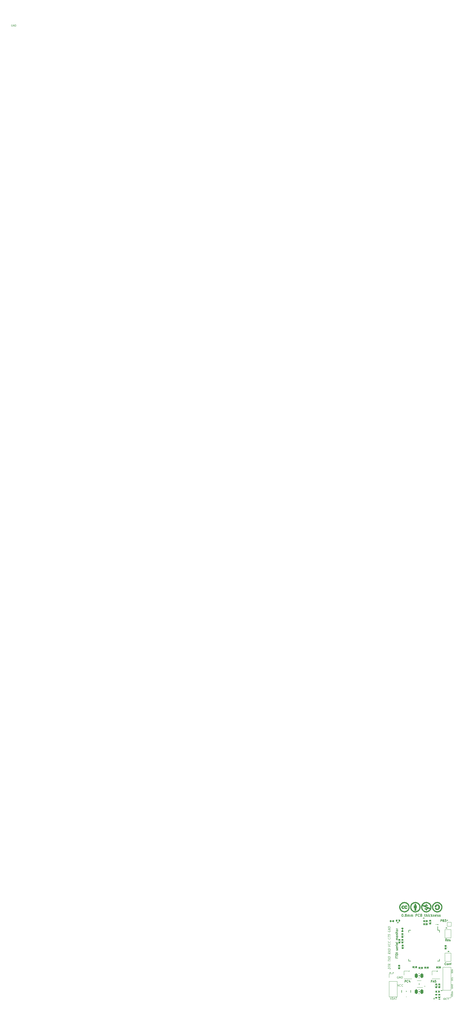
<source format=gbr>
%TF.GenerationSoftware,KiCad,Pcbnew,6.0.11-2627ca5db0~126~ubuntu22.04.1*%
%TF.CreationDate,2024-02-09T09:05:25+01:00*%
%TF.ProjectId,HB_Stamp_ATMega1284P_FUEL4EP,48425f53-7461-46d7-905f-41544d656761,1.3*%
%TF.SameCoordinates,Original*%
%TF.FileFunction,Legend,Top*%
%TF.FilePolarity,Positive*%
%FSLAX46Y46*%
G04 Gerber Fmt 4.6, Leading zero omitted, Abs format (unit mm)*
G04 Created by KiCad (PCBNEW 6.0.11-2627ca5db0~126~ubuntu22.04.1) date 2024-02-09 09:05:25*
%MOMM*%
%LPD*%
G01*
G04 APERTURE LIST*
G04 Aperture macros list*
%AMRoundRect*
0 Rectangle with rounded corners*
0 $1 Rounding radius*
0 $2 $3 $4 $5 $6 $7 $8 $9 X,Y pos of 4 corners*
0 Add a 4 corners polygon primitive as box body*
4,1,4,$2,$3,$4,$5,$6,$7,$8,$9,$2,$3,0*
0 Add four circle primitives for the rounded corners*
1,1,$1+$1,$2,$3*
1,1,$1+$1,$4,$5*
1,1,$1+$1,$6,$7*
1,1,$1+$1,$8,$9*
0 Add four rect primitives between the rounded corners*
20,1,$1+$1,$2,$3,$4,$5,0*
20,1,$1+$1,$4,$5,$6,$7,0*
20,1,$1+$1,$6,$7,$8,$9,0*
20,1,$1+$1,$8,$9,$2,$3,0*%
G04 Aperture macros list end*
%ADD10C,0.146049*%
%ADD11C,0.100000*%
%ADD12C,0.150000*%
%ADD13C,0.050000*%
%ADD14C,0.025000*%
%ADD15C,0.120000*%
%ADD16C,0.010000*%
%ADD17C,0.200000*%
%ADD18RoundRect,0.147500X-0.172500X0.147500X-0.172500X-0.147500X0.172500X-0.147500X0.172500X0.147500X0*%
%ADD19RoundRect,0.140000X0.170000X-0.140000X0.170000X0.140000X-0.170000X0.140000X-0.170000X-0.140000X0*%
%ADD20RoundRect,0.135000X0.185000X-0.135000X0.185000X0.135000X-0.185000X0.135000X-0.185000X-0.135000X0*%
%ADD21RoundRect,0.140000X-0.140000X-0.170000X0.140000X-0.170000X0.140000X0.170000X-0.140000X0.170000X0*%
%ADD22RoundRect,0.135000X-0.135000X-0.185000X0.135000X-0.185000X0.135000X0.185000X-0.135000X0.185000X0*%
%ADD23RoundRect,0.250000X-0.250000X-0.475000X0.250000X-0.475000X0.250000X0.475000X-0.250000X0.475000X0*%
%ADD24RoundRect,0.140000X0.140000X0.170000X-0.140000X0.170000X-0.140000X-0.170000X0.140000X-0.170000X0*%
%ADD25R,3.000000X0.900000*%
%ADD26R,0.900000X0.400000*%
%ADD27R,0.550000X1.500000*%
%ADD28R,1.500000X0.550000*%
%ADD29R,1.700000X1.700000*%
%ADD30O,1.700000X1.700000*%
%ADD31RoundRect,0.140000X-0.170000X0.140000X-0.170000X-0.140000X0.170000X-0.140000X0.170000X0.140000X0*%
%ADD32R,1.000000X1.000000*%
%ADD33R,1.500000X1.000000*%
%ADD34RoundRect,0.135000X0.135000X0.185000X-0.135000X0.185000X-0.135000X-0.185000X0.135000X-0.185000X0*%
%ADD35RoundRect,0.147500X0.172500X-0.147500X0.172500X0.147500X-0.172500X0.147500X-0.172500X-0.147500X0*%
%ADD36RoundRect,0.147500X0.147500X0.172500X-0.147500X0.172500X-0.147500X-0.172500X0.147500X-0.172500X0*%
G04 APERTURE END LIST*
D10*
X12503024Y4588000D02*
G75*
G03*
X12503024Y4588000I-73024J0D01*
G01*
X16327024Y25273000D02*
G75*
G03*
X16327024Y25273000I-73024J0D01*
G01*
D11*
X124666Y12980895D02*
X124666Y13380895D01*
X824666Y13093395D02*
X124666Y13180895D01*
X124666Y13547562D02*
X824666Y13926729D01*
X124666Y14014229D02*
X824666Y13460062D01*
X824666Y14193395D02*
X124666Y14280895D01*
X124666Y14447562D01*
X158000Y14543395D01*
X224666Y14601729D01*
X291333Y14626729D01*
X424666Y14643395D01*
X524666Y14630895D01*
X658000Y14580895D01*
X724666Y14539229D01*
X791333Y14464229D01*
X824666Y14360062D01*
X824666Y14193395D01*
X21792380Y9000497D02*
X21816190Y9068949D01*
X21816190Y9187997D01*
X21792380Y9238592D01*
X21768571Y9265377D01*
X21720952Y9295139D01*
X21673333Y9301092D01*
X21625714Y9283235D01*
X21601904Y9262401D01*
X21578095Y9217758D01*
X21554285Y9125497D01*
X21530476Y9080854D01*
X21506666Y9060020D01*
X21459047Y9042163D01*
X21411428Y9048116D01*
X21363809Y9077877D01*
X21340000Y9104663D01*
X21316190Y9155258D01*
X21316190Y9274306D01*
X21340000Y9342758D01*
X21816190Y9497520D02*
X21316190Y9560020D01*
X21316190Y9679068D01*
X21340000Y9747520D01*
X21387619Y9789187D01*
X21435238Y9807044D01*
X21530476Y9818949D01*
X21601904Y9810020D01*
X21697142Y9774306D01*
X21744761Y9744544D01*
X21792380Y9690973D01*
X21816190Y9616568D01*
X21816190Y9497520D01*
X21673333Y9991568D02*
X21673333Y10229663D01*
X21816190Y9926092D02*
X21316190Y10155258D01*
X21816190Y10259425D01*
X21316190Y1166211D02*
X21816190Y1270377D01*
X21316190Y1499544D01*
X21816190Y1603711D02*
X21316190Y1666211D01*
X21316190Y1785258D01*
X21340000Y1853711D01*
X21387619Y1895377D01*
X21435238Y1913235D01*
X21530476Y1925139D01*
X21601904Y1916211D01*
X21697142Y1880497D01*
X21744761Y1850735D01*
X21792380Y1797163D01*
X21816190Y1722758D01*
X21816190Y1603711D01*
X21816190Y2103711D02*
X21316190Y2166211D01*
X21316190Y2285258D01*
X21340000Y2353711D01*
X21387619Y2395377D01*
X21435238Y2413235D01*
X21530476Y2425139D01*
X21601904Y2416211D01*
X21697142Y2380497D01*
X21744761Y2350735D01*
X21792380Y2297163D01*
X21816190Y2222758D01*
X21816190Y2103711D01*
X21673333Y2597758D02*
X21673333Y2835854D01*
X21816190Y2532282D02*
X21316190Y2761449D01*
X21816190Y2865616D01*
X124666Y17883895D02*
X824666Y18029729D01*
X124666Y18350562D01*
X758000Y18904729D02*
X791333Y18867229D01*
X824666Y18763062D01*
X824666Y18696395D01*
X791333Y18600562D01*
X724666Y18542229D01*
X658000Y18517229D01*
X524666Y18500562D01*
X424666Y18513062D01*
X291333Y18563062D01*
X224666Y18604729D01*
X158000Y18679729D01*
X124666Y18783895D01*
X124666Y18850562D01*
X158000Y18946395D01*
X191333Y18975562D01*
X758000Y19604729D02*
X791333Y19567229D01*
X824666Y19463062D01*
X824666Y19396395D01*
X791333Y19300562D01*
X724666Y19242229D01*
X658000Y19217229D01*
X524666Y19200562D01*
X424666Y19213062D01*
X291333Y19263062D01*
X224666Y19304729D01*
X158000Y19379729D01*
X124666Y19483895D01*
X124666Y19550562D01*
X158000Y19646395D01*
X191333Y19675562D01*
D12*
X2997999Y14239666D02*
X2997999Y14006333D01*
X3364666Y14006333D02*
X2664666Y14006333D01*
X2664666Y14339666D01*
X2664666Y14506333D02*
X2664666Y14906333D01*
X3364666Y14706333D02*
X2664666Y14706333D01*
X3364666Y15139666D02*
X2664666Y15139666D01*
X2664666Y15306333D01*
X2698000Y15406333D01*
X2764666Y15473000D01*
X2831333Y15506333D01*
X2964666Y15539666D01*
X3064666Y15539666D01*
X3198000Y15506333D01*
X3264666Y15473000D01*
X3331333Y15406333D01*
X3364666Y15306333D01*
X3364666Y15139666D01*
X3364666Y15839666D02*
X2664666Y15839666D01*
X3331333Y16673000D02*
X3364666Y16739666D01*
X3364666Y16873000D01*
X3331333Y16939666D01*
X3264666Y16973000D01*
X3231333Y16973000D01*
X3164666Y16939666D01*
X3131333Y16873000D01*
X3131333Y16773000D01*
X3098000Y16706333D01*
X3031333Y16673000D01*
X2998000Y16673000D01*
X2931333Y16706333D01*
X2898000Y16773000D01*
X2898000Y16873000D01*
X2931333Y16939666D01*
X3331333Y17539666D02*
X3364666Y17473000D01*
X3364666Y17339666D01*
X3331333Y17273000D01*
X3264666Y17239666D01*
X2998000Y17239666D01*
X2931333Y17273000D01*
X2898000Y17339666D01*
X2898000Y17473000D01*
X2931333Y17539666D01*
X2998000Y17573000D01*
X3064666Y17573000D01*
X3131333Y17239666D01*
X3364666Y17873000D02*
X2898000Y17873000D01*
X3031333Y17873000D02*
X2964666Y17906333D01*
X2931333Y17939666D01*
X2898000Y18006333D01*
X2898000Y18073000D01*
X3364666Y18306333D02*
X2898000Y18306333D01*
X2664666Y18306333D02*
X2698000Y18273000D01*
X2731333Y18306333D01*
X2698000Y18339666D01*
X2664666Y18306333D01*
X2731333Y18306333D01*
X3364666Y18939666D02*
X2998000Y18939666D01*
X2931333Y18906333D01*
X2898000Y18839666D01*
X2898000Y18706333D01*
X2931333Y18639666D01*
X3331333Y18939666D02*
X3364666Y18873000D01*
X3364666Y18706333D01*
X3331333Y18639666D01*
X3264666Y18606333D01*
X3198000Y18606333D01*
X3131333Y18639666D01*
X3098000Y18706333D01*
X3098000Y18873000D01*
X3064666Y18939666D01*
X3364666Y19373000D02*
X3331333Y19306333D01*
X3264666Y19273000D01*
X2664666Y19273000D01*
X3364666Y20173000D02*
X2898000Y20173000D01*
X2964666Y20173000D02*
X2931333Y20206333D01*
X2898000Y20273000D01*
X2898000Y20373000D01*
X2931333Y20439666D01*
X2998000Y20473000D01*
X3364666Y20473000D01*
X2998000Y20473000D02*
X2931333Y20506333D01*
X2898000Y20573000D01*
X2898000Y20673000D01*
X2931333Y20739666D01*
X2998000Y20773000D01*
X3364666Y20773000D01*
X3364666Y21206333D02*
X3331333Y21139666D01*
X3298000Y21106333D01*
X3231333Y21073000D01*
X3031333Y21073000D01*
X2964666Y21106333D01*
X2931333Y21139666D01*
X2898000Y21206333D01*
X2898000Y21306333D01*
X2931333Y21373000D01*
X2964666Y21406333D01*
X3031333Y21439666D01*
X3231333Y21439666D01*
X3298000Y21406333D01*
X3331333Y21373000D01*
X3364666Y21306333D01*
X3364666Y21206333D01*
X2898000Y21739666D02*
X3364666Y21739666D01*
X2964666Y21739666D02*
X2931333Y21773000D01*
X2898000Y21839666D01*
X2898000Y21939666D01*
X2931333Y22006333D01*
X2998000Y22039666D01*
X3364666Y22039666D01*
X3364666Y22373000D02*
X2898000Y22373000D01*
X2664666Y22373000D02*
X2698000Y22339666D01*
X2731333Y22373000D01*
X2698000Y22406333D01*
X2664666Y22373000D01*
X2731333Y22373000D01*
X2898000Y22606333D02*
X2898000Y22873000D01*
X2664666Y22706333D02*
X3264666Y22706333D01*
X3331333Y22739666D01*
X3364666Y22806333D01*
X3364666Y22873000D01*
X3364666Y23206333D02*
X3331333Y23139666D01*
X3298000Y23106333D01*
X3231333Y23073000D01*
X3031333Y23073000D01*
X2964666Y23106333D01*
X2931333Y23139666D01*
X2898000Y23206333D01*
X2898000Y23306333D01*
X2931333Y23373000D01*
X2964666Y23406333D01*
X3031333Y23439666D01*
X3231333Y23439666D01*
X3298000Y23406333D01*
X3331333Y23373000D01*
X3364666Y23306333D01*
X3364666Y23206333D01*
X3364666Y23739666D02*
X2898000Y23739666D01*
X3031333Y23739666D02*
X2964666Y23773000D01*
X2931333Y23806333D01*
X2898000Y23873000D01*
X2898000Y23939666D01*
X19576333Y11815000D02*
X19543000Y11781666D01*
X19443000Y11748333D01*
X19376333Y11748333D01*
X19276333Y11781666D01*
X19209666Y11848333D01*
X19176333Y11915000D01*
X19143000Y12048333D01*
X19143000Y12148333D01*
X19176333Y12281666D01*
X19209666Y12348333D01*
X19276333Y12415000D01*
X19376333Y12448333D01*
X19443000Y12448333D01*
X19543000Y12415000D01*
X19576333Y12381666D01*
X19976333Y11748333D02*
X19909666Y11781666D01*
X19876333Y11815000D01*
X19843000Y11881666D01*
X19843000Y12081666D01*
X19876333Y12148333D01*
X19909666Y12181666D01*
X19976333Y12215000D01*
X20076333Y12215000D01*
X20143000Y12181666D01*
X20176333Y12148333D01*
X20209666Y12081666D01*
X20209666Y11881666D01*
X20176333Y11815000D01*
X20143000Y11781666D01*
X20076333Y11748333D01*
X19976333Y11748333D01*
X20509666Y12215000D02*
X20509666Y11748333D01*
X20509666Y12148333D02*
X20543000Y12181666D01*
X20609666Y12215000D01*
X20709666Y12215000D01*
X20776333Y12181666D01*
X20809666Y12115000D01*
X20809666Y11748333D01*
X21043000Y12215000D02*
X21309666Y12215000D01*
X21143000Y11748333D02*
X21143000Y12348333D01*
X21176333Y12415000D01*
X21243000Y12448333D01*
X21309666Y12448333D01*
X14550333Y5906333D02*
X14550333Y6606333D01*
X14817000Y6606333D01*
X14883666Y6573000D01*
X14917000Y6539666D01*
X14950333Y6473000D01*
X14950333Y6373000D01*
X14917000Y6306333D01*
X14883666Y6273000D01*
X14817000Y6239666D01*
X14550333Y6239666D01*
X15217000Y6106333D02*
X15550333Y6106333D01*
X15150333Y5906333D02*
X15383666Y6606333D01*
X15617000Y5906333D01*
X16183666Y6606333D02*
X15850333Y6606333D01*
X15817000Y6273000D01*
X15850333Y6306333D01*
X15917000Y6339666D01*
X16083666Y6339666D01*
X16150333Y6306333D01*
X16183666Y6273000D01*
X16217000Y6206333D01*
X16217000Y6039666D01*
X16183666Y5973000D01*
X16150333Y5939666D01*
X16083666Y5906333D01*
X15917000Y5906333D01*
X15850333Y5939666D01*
X15817000Y5973000D01*
X5737333Y5906333D02*
X5737333Y6606333D01*
X6003999Y6606333D01*
X6070666Y6573000D01*
X6103999Y6539666D01*
X6137333Y6473000D01*
X6137333Y6373000D01*
X6103999Y6306333D01*
X6070666Y6273000D01*
X6003999Y6239666D01*
X5737333Y6239666D01*
X6837333Y5973000D02*
X6803999Y5939666D01*
X6703999Y5906333D01*
X6637333Y5906333D01*
X6537333Y5939666D01*
X6470666Y6006333D01*
X6437333Y6073000D01*
X6403999Y6206333D01*
X6403999Y6306333D01*
X6437333Y6439666D01*
X6470666Y6506333D01*
X6537333Y6573000D01*
X6637333Y6606333D01*
X6703999Y6606333D01*
X6803999Y6573000D01*
X6837333Y6539666D01*
X7437333Y6373000D02*
X7437333Y5906333D01*
X7270666Y6639666D02*
X7103999Y6139666D01*
X7537333Y6139666D01*
X19826333Y19749333D02*
X19593000Y20082666D01*
X19426333Y19749333D02*
X19426333Y20449333D01*
X19693000Y20449333D01*
X19759666Y20416000D01*
X19793000Y20382666D01*
X19826333Y20316000D01*
X19826333Y20216000D01*
X19793000Y20149333D01*
X19759666Y20116000D01*
X19693000Y20082666D01*
X19426333Y20082666D01*
X20393000Y19782666D02*
X20326333Y19749333D01*
X20193000Y19749333D01*
X20126333Y19782666D01*
X20093000Y19849333D01*
X20093000Y20116000D01*
X20126333Y20182666D01*
X20193000Y20216000D01*
X20326333Y20216000D01*
X20393000Y20182666D01*
X20426333Y20116000D01*
X20426333Y20049333D01*
X20093000Y19982666D01*
X20693000Y19782666D02*
X20759666Y19749333D01*
X20893000Y19749333D01*
X20959666Y19782666D01*
X20993000Y19849333D01*
X20993000Y19882666D01*
X20959666Y19949333D01*
X20893000Y19982666D01*
X20793000Y19982666D01*
X20726333Y20016000D01*
X20693000Y20082666D01*
X20693000Y20116000D01*
X20726333Y20182666D01*
X20793000Y20216000D01*
X20893000Y20216000D01*
X20959666Y20182666D01*
D11*
X824666Y15850062D02*
X491333Y15658395D01*
X824666Y15450062D02*
X124666Y15537562D01*
X124666Y15804229D01*
X157999Y15866729D01*
X191333Y15895895D01*
X257999Y15920895D01*
X358000Y15908395D01*
X424666Y15866729D01*
X457999Y15829229D01*
X491333Y15758395D01*
X491333Y15491729D01*
X124666Y16170895D02*
X824666Y16550062D01*
X124666Y16637562D02*
X824666Y16083395D01*
X824666Y16816729D02*
X124666Y16904229D01*
X124666Y17070895D01*
X158000Y17166729D01*
X224666Y17225062D01*
X291333Y17250062D01*
X424666Y17266729D01*
X524666Y17254229D01*
X658000Y17204229D01*
X724666Y17162562D01*
X791333Y17087562D01*
X824666Y16983395D01*
X824666Y16816729D01*
X3304295Y5260133D02*
X3450129Y4560133D01*
X3770962Y5260133D01*
X4325129Y4626800D02*
X4287629Y4593466D01*
X4183462Y4560133D01*
X4116795Y4560133D01*
X4020962Y4593466D01*
X3962629Y4660133D01*
X3937629Y4726800D01*
X3920962Y4860133D01*
X3933462Y4960133D01*
X3983462Y5093466D01*
X4025129Y5160133D01*
X4100129Y5226800D01*
X4204295Y5260133D01*
X4270962Y5260133D01*
X4366795Y5226800D01*
X4395962Y5193466D01*
X5025129Y4626800D02*
X4987629Y4593466D01*
X4883462Y4560133D01*
X4816795Y4560133D01*
X4720962Y4593466D01*
X4662629Y4660133D01*
X4637629Y4726800D01*
X4620962Y4860133D01*
X4633462Y4960133D01*
X4683462Y5093466D01*
X4725129Y5160133D01*
X4800129Y5226800D01*
X4904295Y5260133D01*
X4970962Y5260133D01*
X5066795Y5226800D01*
X5095962Y5193466D01*
X18641568Y154809D02*
X18704068Y654809D01*
X18912401Y607190D02*
X18939187Y631000D01*
X18989782Y654809D01*
X19108830Y654809D01*
X19153473Y631000D01*
X19174306Y607190D01*
X19192163Y559571D01*
X19186211Y511952D01*
X19153473Y440523D01*
X18832044Y154809D01*
X19141568Y154809D01*
X19647520Y202428D02*
X19620735Y178619D01*
X19546330Y154809D01*
X19498711Y154809D01*
X19430258Y178619D01*
X19388592Y226238D01*
X19370735Y273857D01*
X19358830Y369095D01*
X19367758Y440523D01*
X19403473Y535761D01*
X19433235Y583380D01*
X19486806Y631000D01*
X19561211Y654809D01*
X19608830Y654809D01*
X19677282Y631000D01*
X19698116Y607190D01*
D12*
X17802333Y26226333D02*
X17802333Y26926333D01*
X18069000Y26926333D01*
X18135666Y26893000D01*
X18169000Y26859666D01*
X18202333Y26793000D01*
X18202333Y26693000D01*
X18169000Y26626333D01*
X18135666Y26593000D01*
X18069000Y26559666D01*
X17802333Y26559666D01*
X18735666Y26593000D02*
X18835666Y26559666D01*
X18869000Y26526333D01*
X18902333Y26459666D01*
X18902333Y26359666D01*
X18869000Y26293000D01*
X18835666Y26259666D01*
X18769000Y26226333D01*
X18502333Y26226333D01*
X18502333Y26926333D01*
X18735666Y26926333D01*
X18802333Y26893000D01*
X18835666Y26859666D01*
X18869000Y26793000D01*
X18869000Y26726333D01*
X18835666Y26659666D01*
X18802333Y26626333D01*
X18735666Y26593000D01*
X18502333Y26593000D01*
X19135666Y26926333D02*
X19569000Y26926333D01*
X19335666Y26659666D01*
X19435666Y26659666D01*
X19502333Y26626333D01*
X19535666Y26593000D01*
X19569000Y26526333D01*
X19569000Y26359666D01*
X19535666Y26293000D01*
X19502333Y26259666D01*
X19435666Y26226333D01*
X19235666Y26226333D01*
X19169000Y26259666D01*
X19135666Y26293000D01*
D11*
X824666Y10436729D02*
X124666Y10524229D01*
X124666Y10690895D01*
X157999Y10786729D01*
X224666Y10845062D01*
X291333Y10870062D01*
X424666Y10886729D01*
X524666Y10874229D01*
X658000Y10824229D01*
X724666Y10782562D01*
X791333Y10707562D01*
X824666Y10603395D01*
X824666Y10436729D01*
X124666Y11124229D02*
X124666Y11524229D01*
X824666Y11236729D02*
X124666Y11324229D01*
X824666Y12070062D02*
X491333Y11878395D01*
X824666Y11670062D02*
X124666Y11757562D01*
X124666Y12024229D01*
X158000Y12086729D01*
X191333Y12115895D01*
X258000Y12140895D01*
X358000Y12128395D01*
X424666Y12086729D01*
X458000Y12049229D01*
X491333Y11978395D01*
X491333Y11711729D01*
X3547729Y7919200D02*
X3485229Y7952533D01*
X3385229Y7952533D01*
X3281062Y7919200D01*
X3206062Y7852533D01*
X3164395Y7785866D01*
X3114395Y7652533D01*
X3101895Y7552533D01*
X3118562Y7419200D01*
X3143562Y7352533D01*
X3201895Y7285866D01*
X3297729Y7252533D01*
X3364395Y7252533D01*
X3468562Y7285866D01*
X3506062Y7319200D01*
X3535229Y7552533D01*
X3401895Y7552533D01*
X3797729Y7252533D02*
X3885229Y7952533D01*
X4197729Y7252533D01*
X4285229Y7952533D01*
X4531062Y7252533D02*
X4618562Y7952533D01*
X4785229Y7952533D01*
X4881062Y7919200D01*
X4939395Y7852533D01*
X4964395Y7785866D01*
X4981062Y7652533D01*
X4968562Y7552533D01*
X4918562Y7419200D01*
X4876895Y7352533D01*
X4801895Y7285866D01*
X4697729Y7252533D01*
X4531062Y7252533D01*
D12*
X4890285Y28759095D02*
X4966476Y28759095D01*
X5042666Y28721000D01*
X5080761Y28682904D01*
X5118857Y28606714D01*
X5156952Y28454333D01*
X5156952Y28263857D01*
X5118857Y28111476D01*
X5080761Y28035285D01*
X5042666Y27997190D01*
X4966476Y27959095D01*
X4890285Y27959095D01*
X4814095Y27997190D01*
X4775999Y28035285D01*
X4737904Y28111476D01*
X4699809Y28263857D01*
X4699809Y28454333D01*
X4737904Y28606714D01*
X4775999Y28682904D01*
X4814095Y28721000D01*
X4890285Y28759095D01*
X5499809Y28035285D02*
X5537904Y27997190D01*
X5499809Y27959095D01*
X5461714Y27997190D01*
X5499809Y28035285D01*
X5499809Y27959095D01*
X5995047Y28416238D02*
X5918857Y28454333D01*
X5880761Y28492428D01*
X5842666Y28568619D01*
X5842666Y28606714D01*
X5880761Y28682904D01*
X5918857Y28721000D01*
X5995047Y28759095D01*
X6147428Y28759095D01*
X6223619Y28721000D01*
X6261714Y28682904D01*
X6299809Y28606714D01*
X6299809Y28568619D01*
X6261714Y28492428D01*
X6223619Y28454333D01*
X6147428Y28416238D01*
X5995047Y28416238D01*
X5918857Y28378142D01*
X5880761Y28340047D01*
X5842666Y28263857D01*
X5842666Y28111476D01*
X5880761Y28035285D01*
X5918857Y27997190D01*
X5995047Y27959095D01*
X6147428Y27959095D01*
X6223619Y27997190D01*
X6261714Y28035285D01*
X6299809Y28111476D01*
X6299809Y28263857D01*
X6261714Y28340047D01*
X6223619Y28378142D01*
X6147428Y28416238D01*
X6642666Y27959095D02*
X6642666Y28492428D01*
X6642666Y28416238D02*
X6680761Y28454333D01*
X6756952Y28492428D01*
X6871238Y28492428D01*
X6947428Y28454333D01*
X6985523Y28378142D01*
X6985523Y27959095D01*
X6985523Y28378142D02*
X7023619Y28454333D01*
X7099809Y28492428D01*
X7214095Y28492428D01*
X7290285Y28454333D01*
X7328380Y28378142D01*
X7328380Y27959095D01*
X7709333Y27959095D02*
X7709333Y28492428D01*
X7709333Y28416238D02*
X7747428Y28454333D01*
X7823619Y28492428D01*
X7937904Y28492428D01*
X8014095Y28454333D01*
X8052190Y28378142D01*
X8052190Y27959095D01*
X8052190Y28378142D02*
X8090285Y28454333D01*
X8166476Y28492428D01*
X8280761Y28492428D01*
X8356952Y28454333D01*
X8395047Y28378142D01*
X8395047Y27959095D01*
X9385523Y27959095D02*
X9385523Y28759095D01*
X9690285Y28759095D01*
X9766476Y28721000D01*
X9804571Y28682904D01*
X9842666Y28606714D01*
X9842666Y28492428D01*
X9804571Y28416238D01*
X9766476Y28378142D01*
X9690285Y28340047D01*
X9385523Y28340047D01*
X10642666Y28035285D02*
X10604571Y27997190D01*
X10490285Y27959095D01*
X10414095Y27959095D01*
X10299809Y27997190D01*
X10223619Y28073380D01*
X10185523Y28149571D01*
X10147428Y28301952D01*
X10147428Y28416238D01*
X10185523Y28568619D01*
X10223619Y28644809D01*
X10299809Y28721000D01*
X10414095Y28759095D01*
X10490285Y28759095D01*
X10604571Y28721000D01*
X10642666Y28682904D01*
X11252190Y28378142D02*
X11366476Y28340047D01*
X11404571Y28301952D01*
X11442666Y28225761D01*
X11442666Y28111476D01*
X11404571Y28035285D01*
X11366476Y27997190D01*
X11290285Y27959095D01*
X10985523Y27959095D01*
X10985523Y28759095D01*
X11252190Y28759095D01*
X11328380Y28721000D01*
X11366476Y28682904D01*
X11404571Y28606714D01*
X11404571Y28530523D01*
X11366476Y28454333D01*
X11328380Y28416238D01*
X11252190Y28378142D01*
X10985523Y28378142D01*
X12280761Y28492428D02*
X12585523Y28492428D01*
X12395047Y28759095D02*
X12395047Y28073380D01*
X12433142Y27997190D01*
X12509333Y27959095D01*
X12585523Y27959095D01*
X12852190Y27959095D02*
X12852190Y28759095D01*
X13195047Y27959095D02*
X13195047Y28378142D01*
X13156952Y28454333D01*
X13080761Y28492428D01*
X12966476Y28492428D01*
X12890285Y28454333D01*
X12852190Y28416238D01*
X13575999Y27959095D02*
X13575999Y28492428D01*
X13575999Y28759095D02*
X13537904Y28721000D01*
X13575999Y28682904D01*
X13614095Y28721000D01*
X13575999Y28759095D01*
X13575999Y28682904D01*
X14299809Y27997190D02*
X14223619Y27959095D01*
X14071238Y27959095D01*
X13995047Y27997190D01*
X13956952Y28035285D01*
X13918857Y28111476D01*
X13918857Y28340047D01*
X13956952Y28416238D01*
X13995047Y28454333D01*
X14071238Y28492428D01*
X14223619Y28492428D01*
X14299809Y28454333D01*
X14642666Y27959095D02*
X14642666Y28759095D01*
X14718857Y28263857D02*
X14947428Y27959095D01*
X14947428Y28492428D02*
X14642666Y28187666D01*
X15290285Y28492428D02*
X15290285Y27959095D01*
X15290285Y28416238D02*
X15328380Y28454333D01*
X15404571Y28492428D01*
X15518857Y28492428D01*
X15595047Y28454333D01*
X15633142Y28378142D01*
X15633142Y27959095D01*
X16318857Y27997190D02*
X16242666Y27959095D01*
X16090285Y27959095D01*
X16014095Y27997190D01*
X15975999Y28073380D01*
X15975999Y28378142D01*
X16014095Y28454333D01*
X16090285Y28492428D01*
X16242666Y28492428D01*
X16318857Y28454333D01*
X16356952Y28378142D01*
X16356952Y28301952D01*
X15975999Y28225761D01*
X16661714Y27997190D02*
X16737904Y27959095D01*
X16890285Y27959095D01*
X16966476Y27997190D01*
X17004571Y28073380D01*
X17004571Y28111476D01*
X16966476Y28187666D01*
X16890285Y28225761D01*
X16775999Y28225761D01*
X16699809Y28263857D01*
X16661714Y28340047D01*
X16661714Y28378142D01*
X16699809Y28454333D01*
X16775999Y28492428D01*
X16890285Y28492428D01*
X16966476Y28454333D01*
X17309333Y27997190D02*
X17385523Y27959095D01*
X17537904Y27959095D01*
X17614095Y27997190D01*
X17652190Y28073380D01*
X17652190Y28111476D01*
X17614095Y28187666D01*
X17537904Y28225761D01*
X17423619Y28225761D01*
X17347428Y28263857D01*
X17309333Y28340047D01*
X17309333Y28378142D01*
X17347428Y28454333D01*
X17423619Y28492428D01*
X17537904Y28492428D01*
X17614095Y28454333D01*
D11*
X758000Y20767729D02*
X791333Y20730229D01*
X824666Y20626062D01*
X824666Y20559395D01*
X791333Y20463562D01*
X724666Y20405229D01*
X658000Y20380229D01*
X524666Y20363562D01*
X424666Y20376062D01*
X291333Y20426062D01*
X224666Y20467729D01*
X157999Y20542729D01*
X124666Y20646895D01*
X124666Y20713562D01*
X158000Y20809395D01*
X191333Y20838562D01*
X124666Y21046895D02*
X124666Y21446895D01*
X824666Y21159395D02*
X124666Y21246895D01*
X791333Y21563562D02*
X824666Y21659395D01*
X824666Y21826062D01*
X791333Y21896895D01*
X758000Y21934395D01*
X691333Y21976062D01*
X624666Y21984395D01*
X558000Y21959395D01*
X524666Y21930229D01*
X491333Y21867729D01*
X458000Y21738562D01*
X424666Y21676062D01*
X391333Y21646895D01*
X324666Y21621895D01*
X258000Y21630229D01*
X191333Y21671895D01*
X158000Y21709395D01*
X124666Y21780229D01*
X124666Y21946895D01*
X158000Y22042729D01*
X-125933142Y326690000D02*
X-125990285Y326718571D01*
X-126076000Y326718571D01*
X-126161714Y326690000D01*
X-126218857Y326632857D01*
X-126247428Y326575714D01*
X-126276000Y326461428D01*
X-126276000Y326375714D01*
X-126247428Y326261428D01*
X-126218857Y326204285D01*
X-126161714Y326147142D01*
X-126076000Y326118571D01*
X-126018857Y326118571D01*
X-125933142Y326147142D01*
X-125904571Y326175714D01*
X-125904571Y326375714D01*
X-126018857Y326375714D01*
X-125647428Y326118571D02*
X-125647428Y326718571D01*
X-125304571Y326118571D01*
X-125304571Y326718571D01*
X-125018857Y326118571D02*
X-125018857Y326718571D01*
X-124876000Y326718571D01*
X-124790285Y326690000D01*
X-124733142Y326632857D01*
X-124704571Y326575714D01*
X-124676000Y326461428D01*
X-124676000Y326375714D01*
X-124704571Y326261428D01*
X-124733142Y326204285D01*
X-124790285Y326147142D01*
X-124876000Y326118571D01*
X-125018857Y326118571D01*
X21340000Y4203235D02*
X21316190Y4158592D01*
X21316190Y4087163D01*
X21340000Y4012758D01*
X21387619Y3959187D01*
X21435238Y3929425D01*
X21530476Y3893711D01*
X21601904Y3884782D01*
X21697142Y3896687D01*
X21744761Y3914544D01*
X21792380Y3956211D01*
X21816190Y4024663D01*
X21816190Y4072282D01*
X21792380Y4146687D01*
X21768571Y4173473D01*
X21601904Y4194306D01*
X21601904Y4099068D01*
X21816190Y4381806D02*
X21316190Y4444306D01*
X21816190Y4667520D01*
X21316190Y4730020D01*
X21816190Y4905616D02*
X21316190Y4968116D01*
X21316190Y5087163D01*
X21340000Y5155616D01*
X21387619Y5197282D01*
X21435238Y5215139D01*
X21530476Y5227044D01*
X21601904Y5218116D01*
X21697142Y5182401D01*
X21744761Y5152639D01*
X21792380Y5099068D01*
X21816190Y5024663D01*
X21816190Y4905616D01*
X21792380Y6472401D02*
X21816190Y6540854D01*
X21816190Y6659901D01*
X21792380Y6710497D01*
X21768571Y6737282D01*
X21720952Y6767044D01*
X21673333Y6772997D01*
X21625714Y6755139D01*
X21601904Y6734306D01*
X21578095Y6689663D01*
X21554285Y6597401D01*
X21530476Y6552758D01*
X21506666Y6531925D01*
X21459047Y6514068D01*
X21411428Y6520020D01*
X21363809Y6549782D01*
X21340000Y6576568D01*
X21316190Y6627163D01*
X21316190Y6746211D01*
X21340000Y6814663D01*
X21768571Y7261092D02*
X21792380Y7234306D01*
X21816190Y7159901D01*
X21816190Y7112282D01*
X21792380Y7043830D01*
X21744761Y7002163D01*
X21697142Y6984306D01*
X21601904Y6972401D01*
X21530476Y6981330D01*
X21435238Y7017044D01*
X21387619Y7046806D01*
X21340000Y7100377D01*
X21316190Y7174782D01*
X21316190Y7222401D01*
X21340000Y7290854D01*
X21363809Y7311687D01*
X21816190Y7707520D02*
X21816190Y7469425D01*
X21316190Y7531925D01*
X157999Y23232729D02*
X124666Y23170229D01*
X124666Y23070229D01*
X157999Y22966062D01*
X224666Y22891062D01*
X291333Y22849395D01*
X424666Y22799395D01*
X524666Y22786895D01*
X658000Y22803562D01*
X724666Y22828562D01*
X791333Y22886895D01*
X824666Y22982729D01*
X824666Y23049395D01*
X791333Y23153562D01*
X758000Y23191062D01*
X524666Y23220229D01*
X524666Y23086895D01*
X824666Y23482729D02*
X124666Y23570229D01*
X824666Y23882729D01*
X124666Y23970229D01*
X824666Y24216062D02*
X124666Y24303562D01*
X124666Y24470229D01*
X158000Y24566062D01*
X224666Y24624395D01*
X291333Y24649395D01*
X424666Y24666062D01*
X524666Y24653562D01*
X658000Y24603562D01*
X724666Y24561895D01*
X791333Y24486895D01*
X824666Y24382729D01*
X824666Y24216062D01*
X776229Y891333D02*
X922062Y191333D01*
X1242895Y891333D01*
X1667895Y558000D02*
X1763729Y524666D01*
X1792895Y491333D01*
X1817895Y424666D01*
X1805395Y324666D01*
X1763729Y258000D01*
X1726229Y224666D01*
X1655395Y191333D01*
X1388729Y191333D01*
X1476229Y891333D01*
X1709562Y891333D01*
X1772062Y858000D01*
X1801229Y824666D01*
X1826229Y758000D01*
X1817895Y691333D01*
X1776229Y624666D01*
X1738729Y591333D01*
X1667895Y558000D01*
X1434562Y558000D01*
X2080395Y391333D02*
X2413729Y391333D01*
X1988729Y191333D02*
X2309562Y891333D01*
X2455395Y191333D01*
X2676229Y891333D02*
X3076229Y891333D01*
X2788729Y191333D02*
X2876229Y891333D01*
D13*
%TO.C,D1*%
X5043476Y23347380D02*
X4843476Y23347380D01*
X4843476Y23395000D01*
X4853000Y23423571D01*
X4872047Y23442619D01*
X4891095Y23452142D01*
X4929190Y23461666D01*
X4957761Y23461666D01*
X4995857Y23452142D01*
X5014904Y23442619D01*
X5033952Y23423571D01*
X5043476Y23395000D01*
X5043476Y23347380D01*
X5043476Y23652142D02*
X5043476Y23537857D01*
X5043476Y23595000D02*
X4843476Y23595000D01*
X4872047Y23575952D01*
X4891095Y23556904D01*
X4900619Y23537857D01*
%TO.C,C1*%
X3881428Y11015666D02*
X3890952Y11006142D01*
X3900476Y10977571D01*
X3900476Y10958523D01*
X3890952Y10929952D01*
X3871904Y10910904D01*
X3852857Y10901380D01*
X3814761Y10891857D01*
X3786190Y10891857D01*
X3748095Y10901380D01*
X3729047Y10910904D01*
X3710000Y10929952D01*
X3700476Y10958523D01*
X3700476Y10977571D01*
X3710000Y11006142D01*
X3719523Y11015666D01*
X3900476Y11206142D02*
X3900476Y11091857D01*
X3900476Y11149000D02*
X3700476Y11149000D01*
X3729047Y11129952D01*
X3748095Y11110904D01*
X3757619Y11091857D01*
%TO.C,R4*%
X5041476Y21556666D02*
X4946238Y21490000D01*
X5041476Y21442380D02*
X4841476Y21442380D01*
X4841476Y21518571D01*
X4851000Y21537619D01*
X4860523Y21547142D01*
X4879571Y21556666D01*
X4908142Y21556666D01*
X4927190Y21547142D01*
X4936714Y21537619D01*
X4946238Y21518571D01*
X4946238Y21442380D01*
X4908142Y21728095D02*
X5041476Y21728095D01*
X4831952Y21680476D02*
X4974809Y21632857D01*
X4974809Y21756666D01*
%TO.C,R1*%
X14314476Y26001666D02*
X14219238Y25935000D01*
X14314476Y25887380D02*
X14114476Y25887380D01*
X14114476Y25963571D01*
X14124000Y25982619D01*
X14133523Y25992142D01*
X14152571Y26001666D01*
X14181142Y26001666D01*
X14200190Y25992142D01*
X14209714Y25982619D01*
X14219238Y25963571D01*
X14219238Y25887380D01*
X14314476Y26192142D02*
X14314476Y26077857D01*
X14314476Y26135000D02*
X14114476Y26135000D01*
X14143047Y26115952D01*
X14162095Y26096904D01*
X14171619Y26077857D01*
%TO.C,C2*%
X12952666Y10757571D02*
X12943142Y10748047D01*
X12914571Y10738523D01*
X12895523Y10738523D01*
X12866952Y10748047D01*
X12847904Y10767095D01*
X12838380Y10786142D01*
X12828857Y10824238D01*
X12828857Y10852809D01*
X12838380Y10890904D01*
X12847904Y10909952D01*
X12866952Y10929000D01*
X12895523Y10938523D01*
X12914571Y10938523D01*
X12943142Y10929000D01*
X12952666Y10919476D01*
X13028857Y10919476D02*
X13038380Y10929000D01*
X13057428Y10938523D01*
X13105047Y10938523D01*
X13124095Y10929000D01*
X13133619Y10919476D01*
X13143142Y10900428D01*
X13143142Y10881380D01*
X13133619Y10852809D01*
X13019333Y10738523D01*
X13143142Y10738523D01*
%TO.C,C4*%
X19500428Y17619666D02*
X19509952Y17610142D01*
X19519476Y17581571D01*
X19519476Y17562523D01*
X19509952Y17533952D01*
X19490904Y17514904D01*
X19471857Y17505380D01*
X19433761Y17495857D01*
X19405190Y17495857D01*
X19367095Y17505380D01*
X19348047Y17514904D01*
X19329000Y17533952D01*
X19319476Y17562523D01*
X19319476Y17581571D01*
X19329000Y17610142D01*
X19338523Y17619666D01*
X19386142Y17791095D02*
X19519476Y17791095D01*
X19309952Y17743476D02*
X19452809Y17695857D01*
X19452809Y17819666D01*
%TO.C,C6*%
X12666666Y25328571D02*
X12657142Y25319047D01*
X12628571Y25309523D01*
X12609523Y25309523D01*
X12580952Y25319047D01*
X12561904Y25338095D01*
X12552380Y25357142D01*
X12542857Y25395238D01*
X12542857Y25423809D01*
X12552380Y25461904D01*
X12561904Y25480952D01*
X12580952Y25500000D01*
X12609523Y25509523D01*
X12628571Y25509523D01*
X12657142Y25500000D01*
X12666666Y25490476D01*
X12838095Y25509523D02*
X12800000Y25509523D01*
X12780952Y25500000D01*
X12771428Y25490476D01*
X12752380Y25461904D01*
X12742857Y25423809D01*
X12742857Y25347619D01*
X12752380Y25328571D01*
X12761904Y25319047D01*
X12780952Y25309523D01*
X12819047Y25309523D01*
X12838095Y25319047D01*
X12847619Y25328571D01*
X12857142Y25347619D01*
X12857142Y25395238D01*
X12847619Y25414285D01*
X12838095Y25423809D01*
X12819047Y25433333D01*
X12780952Y25433333D01*
X12761904Y25423809D01*
X12752380Y25414285D01*
X12742857Y25395238D01*
%TO.C,C8*%
X11047666Y10630571D02*
X11038142Y10621047D01*
X11009571Y10611523D01*
X10990523Y10611523D01*
X10961952Y10621047D01*
X10942904Y10640095D01*
X10933380Y10659142D01*
X10923857Y10697238D01*
X10923857Y10725809D01*
X10933380Y10763904D01*
X10942904Y10782952D01*
X10961952Y10802000D01*
X10990523Y10811523D01*
X11009571Y10811523D01*
X11038142Y10802000D01*
X11047666Y10792476D01*
X11161952Y10725809D02*
X11142904Y10735333D01*
X11133380Y10744857D01*
X11123857Y10763904D01*
X11123857Y10773428D01*
X11133380Y10792476D01*
X11142904Y10802000D01*
X11161952Y10811523D01*
X11200047Y10811523D01*
X11219095Y10802000D01*
X11228619Y10792476D01*
X11238142Y10773428D01*
X11238142Y10763904D01*
X11228619Y10744857D01*
X11219095Y10735333D01*
X11200047Y10725809D01*
X11161952Y10725809D01*
X11142904Y10716285D01*
X11133380Y10706761D01*
X11123857Y10687714D01*
X11123857Y10649619D01*
X11133380Y10630571D01*
X11142904Y10621047D01*
X11161952Y10611523D01*
X11200047Y10611523D01*
X11219095Y10621047D01*
X11228619Y10630571D01*
X11238142Y10649619D01*
X11238142Y10687714D01*
X11228619Y10706761D01*
X11219095Y10716285D01*
X11200047Y10725809D01*
%TO.C,R2*%
X9015666Y10865523D02*
X8949000Y10960761D01*
X8901380Y10865523D02*
X8901380Y11065523D01*
X8977571Y11065523D01*
X8996619Y11056000D01*
X9006142Y11046476D01*
X9015666Y11027428D01*
X9015666Y10998857D01*
X9006142Y10979809D01*
X8996619Y10970285D01*
X8977571Y10960761D01*
X8901380Y10960761D01*
X9091857Y11046476D02*
X9101380Y11056000D01*
X9120428Y11065523D01*
X9168047Y11065523D01*
X9187095Y11056000D01*
X9196619Y11046476D01*
X9206142Y11027428D01*
X9206142Y11008380D01*
X9196619Y10979809D01*
X9082333Y10865523D01*
X9206142Y10865523D01*
%TO.C,R6*%
X16346476Y4665666D02*
X16251238Y4599000D01*
X16346476Y4551380D02*
X16146476Y4551380D01*
X16146476Y4627571D01*
X16156000Y4646619D01*
X16165523Y4656142D01*
X16184571Y4665666D01*
X16213142Y4665666D01*
X16232190Y4656142D01*
X16241714Y4646619D01*
X16251238Y4627571D01*
X16251238Y4551380D01*
X16146476Y4837095D02*
X16146476Y4799000D01*
X16156000Y4779952D01*
X16165523Y4770428D01*
X16194095Y4751380D01*
X16232190Y4741857D01*
X16308380Y4741857D01*
X16327428Y4751380D01*
X16336952Y4760904D01*
X16346476Y4779952D01*
X16346476Y4818047D01*
X16336952Y4837095D01*
X16327428Y4846619D01*
X16308380Y4856142D01*
X16260761Y4856142D01*
X16241714Y4846619D01*
X16232190Y4837095D01*
X16222666Y4818047D01*
X16222666Y4779952D01*
X16232190Y4760904D01*
X16241714Y4751380D01*
X16260761Y4741857D01*
%TO.C,C5*%
X10491666Y2738571D02*
X10482142Y2729047D01*
X10453571Y2719523D01*
X10434523Y2719523D01*
X10405952Y2729047D01*
X10386904Y2748095D01*
X10377380Y2767142D01*
X10367857Y2805238D01*
X10367857Y2833809D01*
X10377380Y2871904D01*
X10386904Y2890952D01*
X10405952Y2910000D01*
X10434523Y2919523D01*
X10453571Y2919523D01*
X10482142Y2910000D01*
X10491666Y2900476D01*
X10672619Y2919523D02*
X10577380Y2919523D01*
X10567857Y2824285D01*
X10577380Y2833809D01*
X10596428Y2843333D01*
X10644047Y2843333D01*
X10663095Y2833809D01*
X10672619Y2824285D01*
X10682142Y2805238D01*
X10682142Y2757619D01*
X10672619Y2738571D01*
X10663095Y2729047D01*
X10644047Y2719523D01*
X10596428Y2719523D01*
X10577380Y2729047D01*
X10567857Y2738571D01*
D14*
%TO.C,C11*%
X4988714Y19620714D02*
X4993476Y19615952D01*
X4998238Y19601666D01*
X4998238Y19592142D01*
X4993476Y19577857D01*
X4983952Y19568333D01*
X4974428Y19563571D01*
X4955380Y19558809D01*
X4941095Y19558809D01*
X4922047Y19563571D01*
X4912523Y19568333D01*
X4903000Y19577857D01*
X4898238Y19592142D01*
X4898238Y19601666D01*
X4903000Y19615952D01*
X4907761Y19620714D01*
X4998238Y19715952D02*
X4998238Y19658809D01*
X4998238Y19687380D02*
X4898238Y19687380D01*
X4912523Y19677857D01*
X4922047Y19668333D01*
X4926809Y19658809D01*
X4998238Y19811190D02*
X4998238Y19754047D01*
X4998238Y19782619D02*
X4898238Y19782619D01*
X4912523Y19773095D01*
X4922047Y19763571D01*
X4926809Y19754047D01*
%TO.C,C12*%
X3972714Y19620714D02*
X3977476Y19615952D01*
X3982238Y19601666D01*
X3982238Y19592142D01*
X3977476Y19577857D01*
X3967952Y19568333D01*
X3958428Y19563571D01*
X3939380Y19558809D01*
X3925095Y19558809D01*
X3906047Y19563571D01*
X3896523Y19568333D01*
X3887000Y19577857D01*
X3882238Y19592142D01*
X3882238Y19601666D01*
X3887000Y19615952D01*
X3891761Y19620714D01*
X3982238Y19715952D02*
X3982238Y19658809D01*
X3982238Y19687380D02*
X3882238Y19687380D01*
X3896523Y19677857D01*
X3906047Y19668333D01*
X3910809Y19658809D01*
X3891761Y19754047D02*
X3887000Y19758809D01*
X3882238Y19768333D01*
X3882238Y19792142D01*
X3887000Y19801666D01*
X3891761Y19806428D01*
X3901285Y19811190D01*
X3910809Y19811190D01*
X3925095Y19806428D01*
X3982238Y19749285D01*
X3982238Y19811190D01*
D13*
%TO.C,C13*%
X3192592Y25836571D02*
X3183068Y25827047D01*
X3154497Y25817523D01*
X3135449Y25817523D01*
X3106878Y25827047D01*
X3087830Y25846095D01*
X3078306Y25865142D01*
X3068783Y25903238D01*
X3068783Y25931809D01*
X3078306Y25969904D01*
X3087830Y25988952D01*
X3106878Y26008000D01*
X3135449Y26017523D01*
X3154497Y26017523D01*
X3183068Y26008000D01*
X3192592Y25998476D01*
X3383068Y25817523D02*
X3268783Y25817523D01*
X3325925Y25817523D02*
X3325925Y26017523D01*
X3306878Y25988952D01*
X3287830Y25969904D01*
X3268783Y25960380D01*
X3449735Y26017523D02*
X3573544Y26017523D01*
X3506878Y25941333D01*
X3535449Y25941333D01*
X3554497Y25931809D01*
X3564021Y25922285D01*
X3573544Y25903238D01*
X3573544Y25855619D01*
X3564021Y25836571D01*
X3554497Y25827047D01*
X3535449Y25817523D01*
X3478306Y25817523D01*
X3459259Y25827047D01*
X3449735Y25836571D01*
%TO.C,L1*%
X6297476Y2887666D02*
X6297476Y2792428D01*
X6097476Y2792428D01*
X6297476Y3059095D02*
X6297476Y2944809D01*
X6297476Y3001952D02*
X6097476Y3001952D01*
X6126047Y2982904D01*
X6145095Y2963857D01*
X6154619Y2944809D01*
%TO.C,U2*%
X10415476Y5197619D02*
X10577380Y5197619D01*
X10596428Y5207142D01*
X10605952Y5216666D01*
X10615476Y5235714D01*
X10615476Y5273809D01*
X10605952Y5292857D01*
X10596428Y5302380D01*
X10577380Y5311904D01*
X10415476Y5311904D01*
X10434523Y5397619D02*
X10425000Y5407142D01*
X10415476Y5426190D01*
X10415476Y5473809D01*
X10425000Y5492857D01*
X10434523Y5502380D01*
X10453571Y5511904D01*
X10472619Y5511904D01*
X10501190Y5502380D01*
X10615476Y5388095D01*
X10615476Y5511904D01*
%TO.C,C9*%
X10491666Y8072571D02*
X10482142Y8063047D01*
X10453571Y8053523D01*
X10434523Y8053523D01*
X10405952Y8063047D01*
X10386904Y8082095D01*
X10377380Y8101142D01*
X10367857Y8139238D01*
X10367857Y8167809D01*
X10377380Y8205904D01*
X10386904Y8224952D01*
X10405952Y8244000D01*
X10434523Y8253523D01*
X10453571Y8253523D01*
X10482142Y8244000D01*
X10491666Y8234476D01*
X10586904Y8053523D02*
X10625000Y8053523D01*
X10644047Y8063047D01*
X10653571Y8072571D01*
X10672619Y8101142D01*
X10682142Y8139238D01*
X10682142Y8215428D01*
X10672619Y8234476D01*
X10663095Y8244000D01*
X10644047Y8253523D01*
X10605952Y8253523D01*
X10586904Y8244000D01*
X10577380Y8234476D01*
X10567857Y8215428D01*
X10567857Y8167809D01*
X10577380Y8148761D01*
X10586904Y8139238D01*
X10605952Y8129714D01*
X10644047Y8129714D01*
X10663095Y8139238D01*
X10672619Y8148761D01*
X10682142Y8167809D01*
%TO.C,U1*%
X16611619Y25382523D02*
X16611619Y25220619D01*
X16621142Y25201571D01*
X16630666Y25192047D01*
X16649714Y25182523D01*
X16687809Y25182523D01*
X16706857Y25192047D01*
X16716380Y25201571D01*
X16725904Y25220619D01*
X16725904Y25382523D01*
X16925904Y25182523D02*
X16811619Y25182523D01*
X16868761Y25182523D02*
X16868761Y25382523D01*
X16849714Y25353952D01*
X16830666Y25334904D01*
X16811619Y25325380D01*
%TO.C,C3*%
X12666666Y26344571D02*
X12657142Y26335047D01*
X12628571Y26325523D01*
X12609523Y26325523D01*
X12580952Y26335047D01*
X12561904Y26354095D01*
X12552380Y26373142D01*
X12542857Y26411238D01*
X12542857Y26439809D01*
X12552380Y26477904D01*
X12561904Y26496952D01*
X12580952Y26516000D01*
X12609523Y26525523D01*
X12628571Y26525523D01*
X12657142Y26516000D01*
X12666666Y26506476D01*
X12733333Y26525523D02*
X12857142Y26525523D01*
X12790476Y26449333D01*
X12819047Y26449333D01*
X12838095Y26439809D01*
X12847619Y26430285D01*
X12857142Y26411238D01*
X12857142Y26363619D01*
X12847619Y26344571D01*
X12838095Y26335047D01*
X12819047Y26325523D01*
X12761904Y26325523D01*
X12742857Y26335047D01*
X12733333Y26344571D01*
%TO.C,J1*%
X1711333Y9253523D02*
X1711333Y9110666D01*
X1701809Y9082095D01*
X1682761Y9063047D01*
X1654190Y9053523D01*
X1635142Y9053523D01*
X1911333Y9053523D02*
X1797047Y9053523D01*
X1854190Y9053523D02*
X1854190Y9253523D01*
X1835142Y9224952D01*
X1816095Y9205904D01*
X1797047Y9196380D01*
%TO.C,AE1*%
X11831666Y27398666D02*
X11926904Y27398666D01*
X11812619Y27341523D02*
X11879285Y27541523D01*
X11945952Y27341523D01*
X12012619Y27446285D02*
X12079285Y27446285D01*
X12107857Y27341523D02*
X12012619Y27341523D01*
X12012619Y27541523D01*
X12107857Y27541523D01*
X12298333Y27341523D02*
X12184047Y27341523D01*
X12241190Y27341523D02*
X12241190Y27541523D01*
X12222142Y27512952D01*
X12203095Y27493904D01*
X12184047Y27484380D01*
%TO.C,J7*%
X7045333Y9761523D02*
X7045333Y9618666D01*
X7035809Y9590095D01*
X7016761Y9571047D01*
X6988190Y9561523D01*
X6969142Y9561523D01*
X7121523Y9761523D02*
X7254857Y9761523D01*
X7169142Y9561523D01*
%TO.C,C14*%
X17143428Y182571D02*
X17133904Y173047D01*
X17105333Y163523D01*
X17086285Y163523D01*
X17057714Y173047D01*
X17038666Y192095D01*
X17029142Y211142D01*
X17019619Y249238D01*
X17019619Y277809D01*
X17029142Y315904D01*
X17038666Y334952D01*
X17057714Y354000D01*
X17086285Y363523D01*
X17105333Y363523D01*
X17133904Y354000D01*
X17143428Y344476D01*
X17333904Y163523D02*
X17219619Y163523D01*
X17276761Y163523D02*
X17276761Y363523D01*
X17257714Y334952D01*
X17238666Y315904D01*
X17219619Y306380D01*
X17505333Y296857D02*
X17505333Y163523D01*
X17457714Y373047D02*
X17410095Y230190D01*
X17533904Y230190D01*
%TO.C,J4*%
X20126333Y490523D02*
X20126333Y347666D01*
X20116809Y319095D01*
X20097761Y300047D01*
X20069190Y290523D01*
X20050142Y290523D01*
X20307285Y423857D02*
X20307285Y290523D01*
X20259666Y500047D02*
X20212047Y357190D01*
X20335857Y357190D01*
%TO.C,C7*%
X5056428Y17780666D02*
X5065952Y17771142D01*
X5075476Y17742571D01*
X5075476Y17723523D01*
X5065952Y17694952D01*
X5046904Y17675904D01*
X5027857Y17666380D01*
X4989761Y17656857D01*
X4961190Y17656857D01*
X4923095Y17666380D01*
X4904047Y17675904D01*
X4885000Y17694952D01*
X4875476Y17723523D01*
X4875476Y17742571D01*
X4885000Y17771142D01*
X4894523Y17780666D01*
X4875476Y17847333D02*
X4875476Y17980666D01*
X5075476Y17894952D01*
%TO.C,J6*%
X19872333Y26779523D02*
X19872333Y26636666D01*
X19862809Y26608095D01*
X19843761Y26589047D01*
X19815190Y26579523D01*
X19796142Y26579523D01*
X20053285Y26779523D02*
X20015190Y26779523D01*
X19996142Y26770000D01*
X19986619Y26760476D01*
X19967571Y26731904D01*
X19958047Y26693809D01*
X19958047Y26617619D01*
X19967571Y26598571D01*
X19977095Y26589047D01*
X19996142Y26579523D01*
X20034238Y26579523D01*
X20053285Y26589047D01*
X20062809Y26598571D01*
X20072333Y26617619D01*
X20072333Y26665238D01*
X20062809Y26684285D01*
X20053285Y26693809D01*
X20034238Y26703333D01*
X19996142Y26703333D01*
X19977095Y26693809D01*
X19967571Y26684285D01*
X19958047Y26665238D01*
%TO.C,JP2*%
X20153333Y16365523D02*
X20153333Y16222666D01*
X20143809Y16194095D01*
X20124761Y16175047D01*
X20096190Y16165523D01*
X20077142Y16165523D01*
X20248571Y16165523D02*
X20248571Y16365523D01*
X20324761Y16365523D01*
X20343809Y16356000D01*
X20353333Y16346476D01*
X20362857Y16327428D01*
X20362857Y16298857D01*
X20353333Y16279809D01*
X20343809Y16270285D01*
X20324761Y16260761D01*
X20248571Y16260761D01*
X20439047Y16346476D02*
X20448571Y16356000D01*
X20467619Y16365523D01*
X20515238Y16365523D01*
X20534285Y16356000D01*
X20543809Y16346476D01*
X20553333Y16327428D01*
X20553333Y16308380D01*
X20543809Y16279809D01*
X20429523Y16165523D01*
X20553333Y16165523D01*
%TO.C,JP1*%
X19518333Y24239523D02*
X19518333Y24096666D01*
X19508809Y24068095D01*
X19489761Y24049047D01*
X19461190Y24039523D01*
X19442142Y24039523D01*
X19613571Y24039523D02*
X19613571Y24239523D01*
X19689761Y24239523D01*
X19708809Y24230000D01*
X19718333Y24220476D01*
X19727857Y24201428D01*
X19727857Y24172857D01*
X19718333Y24153809D01*
X19708809Y24144285D01*
X19689761Y24134761D01*
X19613571Y24134761D01*
X19918333Y24039523D02*
X19804047Y24039523D01*
X19861190Y24039523D02*
X19861190Y24239523D01*
X19842142Y24210952D01*
X19823095Y24191904D01*
X19804047Y24182380D01*
%TO.C,J2*%
X695333Y9253523D02*
X695333Y9110666D01*
X685809Y9082095D01*
X666761Y9063047D01*
X638190Y9053523D01*
X619142Y9053523D01*
X781047Y9234476D02*
X790571Y9244000D01*
X809619Y9253523D01*
X857238Y9253523D01*
X876285Y9244000D01*
X885809Y9234476D01*
X895333Y9215428D01*
X895333Y9196380D01*
X885809Y9167809D01*
X771523Y9053523D01*
X895333Y9053523D01*
%TO.C,J5*%
X16443333Y9761523D02*
X16443333Y9618666D01*
X16433809Y9590095D01*
X16414761Y9571047D01*
X16386190Y9561523D01*
X16367142Y9561523D01*
X16633809Y9761523D02*
X16538571Y9761523D01*
X16529047Y9666285D01*
X16538571Y9675809D01*
X16557619Y9685333D01*
X16605238Y9685333D01*
X16624285Y9675809D01*
X16633809Y9666285D01*
X16643333Y9647238D01*
X16643333Y9599619D01*
X16633809Y9580571D01*
X16624285Y9571047D01*
X16605238Y9561523D01*
X16557619Y9561523D01*
X16538571Y9571047D01*
X16529047Y9580571D01*
%TO.C,R3*%
X16984666Y10831523D02*
X16918000Y10926761D01*
X16870380Y10831523D02*
X16870380Y11031523D01*
X16946571Y11031523D01*
X16965619Y11022000D01*
X16975142Y11012476D01*
X16984666Y10993428D01*
X16984666Y10964857D01*
X16975142Y10945809D01*
X16965619Y10936285D01*
X16946571Y10926761D01*
X16870380Y10926761D01*
X17051333Y11031523D02*
X17175142Y11031523D01*
X17108476Y10955333D01*
X17137047Y10955333D01*
X17156095Y10945809D01*
X17165619Y10936285D01*
X17175142Y10917238D01*
X17175142Y10869619D01*
X17165619Y10850571D01*
X17156095Y10841047D01*
X17137047Y10831523D01*
X17079904Y10831523D01*
X17060857Y10841047D01*
X17051333Y10850571D01*
%TO.C,FB1*%
X15479714Y341333D02*
X15479714Y274666D01*
X15584476Y274666D02*
X15384476Y274666D01*
X15384476Y369904D01*
X15479714Y512761D02*
X15489238Y541333D01*
X15498761Y550857D01*
X15517809Y560380D01*
X15546380Y560380D01*
X15565428Y550857D01*
X15574952Y541333D01*
X15584476Y522285D01*
X15584476Y446095D01*
X15384476Y446095D01*
X15384476Y512761D01*
X15394000Y531809D01*
X15403523Y541333D01*
X15422571Y550857D01*
X15441619Y550857D01*
X15460666Y541333D01*
X15470190Y531809D01*
X15479714Y512761D01*
X15479714Y446095D01*
X15584476Y750857D02*
X15584476Y636571D01*
X15584476Y693714D02*
X15384476Y693714D01*
X15413047Y674666D01*
X15432095Y655619D01*
X15441619Y636571D01*
%TO.C,R5*%
X17362476Y4665666D02*
X17267238Y4599000D01*
X17362476Y4551380D02*
X17162476Y4551380D01*
X17162476Y4627571D01*
X17172000Y4646619D01*
X17181523Y4656142D01*
X17200571Y4665666D01*
X17229142Y4665666D01*
X17248190Y4656142D01*
X17257714Y4646619D01*
X17267238Y4627571D01*
X17267238Y4551380D01*
X17162476Y4846619D02*
X17162476Y4751380D01*
X17257714Y4741857D01*
X17248190Y4751380D01*
X17238666Y4770428D01*
X17238666Y4818047D01*
X17248190Y4837095D01*
X17257714Y4846619D01*
X17276761Y4856142D01*
X17324380Y4856142D01*
X17343428Y4846619D01*
X17352952Y4837095D01*
X17362476Y4818047D01*
X17362476Y4770428D01*
X17352952Y4751380D01*
X17343428Y4741857D01*
%TO.C,L2*%
X1363666Y26325523D02*
X1268428Y26325523D01*
X1268428Y26525523D01*
X1420809Y26506476D02*
X1430333Y26516000D01*
X1449380Y26525523D01*
X1497000Y26525523D01*
X1516047Y26516000D01*
X1525571Y26506476D01*
X1535095Y26487428D01*
X1535095Y26468380D01*
X1525571Y26439809D01*
X1411285Y26325523D01*
X1535095Y26325523D01*
%TO.C,C10*%
X17905428Y3103571D02*
X17895904Y3094047D01*
X17867333Y3084523D01*
X17848285Y3084523D01*
X17819714Y3094047D01*
X17800666Y3113095D01*
X17791142Y3132142D01*
X17781619Y3170238D01*
X17781619Y3198809D01*
X17791142Y3236904D01*
X17800666Y3255952D01*
X17819714Y3275000D01*
X17848285Y3284523D01*
X17867333Y3284523D01*
X17895904Y3275000D01*
X17905428Y3265476D01*
X18095904Y3084523D02*
X17981619Y3084523D01*
X18038761Y3084523D02*
X18038761Y3284523D01*
X18019714Y3255952D01*
X18000666Y3236904D01*
X17981619Y3227380D01*
X18219714Y3284523D02*
X18238761Y3284523D01*
X18257809Y3275000D01*
X18267333Y3265476D01*
X18276857Y3246428D01*
X18286380Y3208333D01*
X18286380Y3160714D01*
X18276857Y3122619D01*
X18267333Y3103571D01*
X18257809Y3094047D01*
X18238761Y3084523D01*
X18219714Y3084523D01*
X18200666Y3094047D01*
X18191142Y3103571D01*
X18181619Y3122619D01*
X18172095Y3160714D01*
X18172095Y3208333D01*
X18181619Y3246428D01*
X18191142Y3265476D01*
X18200666Y3275000D01*
X18219714Y3284523D01*
D11*
%TO.C,D1*%
X5003000Y24585000D02*
G75*
G03*
X5003000Y24585000I-50000J0D01*
G01*
D15*
%TO.C,C1*%
X4170000Y10941164D02*
X4170000Y11156836D01*
X3450000Y10941164D02*
X3450000Y11156836D01*
%TO.C,R4*%
X5331000Y21436359D02*
X5331000Y21743641D01*
X4571000Y21436359D02*
X4571000Y21743641D01*
%TO.C,R1*%
X14604000Y25881359D02*
X14604000Y26188641D01*
X13844000Y25881359D02*
X13844000Y26188641D01*
%TO.C,C2*%
X12878164Y11189000D02*
X13093836Y11189000D01*
X12878164Y10469000D02*
X13093836Y10469000D01*
%TO.C,C4*%
X19789000Y17545164D02*
X19789000Y17760836D01*
X19069000Y17545164D02*
X19069000Y17760836D01*
%TO.C,C6*%
X12592164Y25760000D02*
X12807836Y25760000D01*
X12592164Y25040000D02*
X12807836Y25040000D01*
%TO.C,C8*%
X10973164Y11062000D02*
X11188836Y11062000D01*
X10973164Y10342000D02*
X11188836Y10342000D01*
%TO.C,R2*%
X8895359Y11336000D02*
X9202641Y11336000D01*
X8895359Y10576000D02*
X9202641Y10576000D01*
%TO.C,R6*%
X15876000Y4545359D02*
X15876000Y4852641D01*
X16636000Y4545359D02*
X16636000Y4852641D01*
%TO.C,C5*%
X10263748Y3545000D02*
X10786252Y3545000D01*
X10263748Y2075000D02*
X10786252Y2075000D01*
%TO.C,LOGO1*%
G36*
X6123862Y31620796D02*
G01*
X6230450Y31606246D01*
X6322076Y31578993D01*
X6355331Y31562651D01*
X6409885Y31524823D01*
X6460012Y31480166D01*
X6498919Y31436093D01*
X6519816Y31400019D01*
X6519835Y31383063D01*
X6499869Y31367659D01*
X6456999Y31342330D01*
X6407642Y31316230D01*
X6304643Y31264271D01*
X6271224Y31308653D01*
X6231186Y31347366D01*
X6179664Y31380727D01*
X6176603Y31382221D01*
X6101501Y31399630D01*
X6025906Y31386287D01*
X5961134Y31345532D01*
X5932735Y31310244D01*
X5896796Y31222439D01*
X5883409Y31122448D01*
X5891706Y31021068D01*
X5920818Y30929098D01*
X5969075Y30858133D01*
X6007600Y30826031D01*
X6049032Y30810719D01*
X6109267Y30806587D01*
X6115140Y30806571D01*
X6174973Y30809436D01*
X6215487Y30822752D01*
X6253494Y30853600D01*
X6271934Y30872618D01*
X6334224Y30938665D01*
X6424946Y30896174D01*
X6476810Y30870104D01*
X6513732Y30848235D01*
X6524817Y30838876D01*
X6521219Y30813211D01*
X6494568Y30773745D01*
X6451547Y30727472D01*
X6398839Y30681384D01*
X6343128Y30642476D01*
X6329874Y30634886D01*
X6224954Y30594822D01*
X6104212Y30575762D01*
X5982270Y30578967D01*
X5896428Y30597507D01*
X5786460Y30651716D01*
X5695355Y30736070D01*
X5630622Y30837751D01*
X5604730Y30896083D01*
X5589455Y30949024D01*
X5582166Y31010197D01*
X5580228Y31093224D01*
X5580224Y31098466D01*
X5581745Y31181199D01*
X5588148Y31241179D01*
X5602194Y31291873D01*
X5626646Y31346753D01*
X5634193Y31361699D01*
X5704604Y31465781D01*
X5795132Y31547217D01*
X5898677Y31599924D01*
X5919870Y31606360D01*
X6015830Y31621286D01*
X6123862Y31620796D01*
G37*
D16*
X6123862Y31620796D02*
X6230450Y31606246D01*
X6322076Y31578993D01*
X6355331Y31562651D01*
X6409885Y31524823D01*
X6460012Y31480166D01*
X6498919Y31436093D01*
X6519816Y31400019D01*
X6519835Y31383063D01*
X6499869Y31367659D01*
X6456999Y31342330D01*
X6407642Y31316230D01*
X6304643Y31264271D01*
X6271224Y31308653D01*
X6231186Y31347366D01*
X6179664Y31380727D01*
X6176603Y31382221D01*
X6101501Y31399630D01*
X6025906Y31386287D01*
X5961134Y31345532D01*
X5932735Y31310244D01*
X5896796Y31222439D01*
X5883409Y31122448D01*
X5891706Y31021068D01*
X5920818Y30929098D01*
X5969075Y30858133D01*
X6007600Y30826031D01*
X6049032Y30810719D01*
X6109267Y30806587D01*
X6115140Y30806571D01*
X6174973Y30809436D01*
X6215487Y30822752D01*
X6253494Y30853600D01*
X6271934Y30872618D01*
X6334224Y30938665D01*
X6424946Y30896174D01*
X6476810Y30870104D01*
X6513732Y30848235D01*
X6524817Y30838876D01*
X6521219Y30813211D01*
X6494568Y30773745D01*
X6451547Y30727472D01*
X6398839Y30681384D01*
X6343128Y30642476D01*
X6329874Y30634886D01*
X6224954Y30594822D01*
X6104212Y30575762D01*
X5982270Y30578967D01*
X5896428Y30597507D01*
X5786460Y30651716D01*
X5695355Y30736070D01*
X5630622Y30837751D01*
X5604730Y30896083D01*
X5589455Y30949024D01*
X5582166Y31010197D01*
X5580228Y31093224D01*
X5580224Y31098466D01*
X5581745Y31181199D01*
X5588148Y31241179D01*
X5602194Y31291873D01*
X5626646Y31346753D01*
X5634193Y31361699D01*
X5704604Y31465781D01*
X5795132Y31547217D01*
X5898677Y31599924D01*
X5919870Y31606360D01*
X6015830Y31621286D01*
X6123862Y31620796D01*
G36*
X16680663Y31984092D02*
G01*
X16805036Y31964657D01*
X16857844Y31950608D01*
X17007363Y31885394D01*
X17138457Y31790837D01*
X17248517Y31670252D01*
X17334937Y31526952D01*
X17395109Y31364251D01*
X17420997Y31234868D01*
X17431633Y31040343D01*
X17410671Y30857444D01*
X17358830Y30689125D01*
X17276827Y30538342D01*
X17239782Y30488576D01*
X17116105Y30362853D01*
X16972981Y30266560D01*
X16813940Y30201039D01*
X16642512Y30167635D01*
X16462228Y30167693D01*
X16412715Y30173588D01*
X16259463Y30213246D01*
X16121160Y30283836D01*
X16001761Y30381706D01*
X15905223Y30503208D01*
X15835504Y30644692D01*
X15810080Y30729464D01*
X15787558Y30824714D01*
X16215406Y30824714D01*
X16235431Y30745190D01*
X16270372Y30668830D01*
X16329267Y30600382D01*
X16400973Y30551450D01*
X16433225Y30539227D01*
X16478607Y30531676D01*
X16543601Y30526768D01*
X16593430Y30525663D01*
X16702061Y30540055D01*
X16792656Y30584015D01*
X16868732Y30659712D01*
X16907714Y30719228D01*
X16955243Y30829121D01*
X16983892Y30953595D01*
X16994233Y31085090D01*
X16986837Y31216048D01*
X16962276Y31338909D01*
X16921121Y31446115D01*
X16863946Y31530105D01*
X16844987Y31548571D01*
X16755483Y31604204D01*
X16649325Y31633149D01*
X16535370Y31634526D01*
X16422472Y31607452D01*
X16390462Y31593806D01*
X16329718Y31550252D01*
X16276647Y31486815D01*
X16241726Y31417371D01*
X16234680Y31387521D01*
X16237127Y31353198D01*
X16263096Y31336725D01*
X16279231Y31333092D01*
X16298984Y31328251D01*
X16307418Y31319984D01*
X16301666Y31303932D01*
X16278859Y31275738D01*
X16236131Y31231041D01*
X16170614Y31165484D01*
X16165838Y31160735D01*
X16002000Y30997828D01*
X15838120Y31160735D01*
X15674239Y31323643D01*
X15733798Y31332714D01*
X15772150Y31342831D01*
X15795464Y31365297D01*
X15813522Y31410733D01*
X15817339Y31423429D01*
X15880988Y31590308D01*
X15965613Y31727870D01*
X16071946Y31836910D01*
X16200719Y31918223D01*
X16312314Y31961445D01*
X16420321Y31982763D01*
X16547764Y31990219D01*
X16680663Y31984092D01*
G37*
X16680663Y31984092D02*
X16805036Y31964657D01*
X16857844Y31950608D01*
X17007363Y31885394D01*
X17138457Y31790837D01*
X17248517Y31670252D01*
X17334937Y31526952D01*
X17395109Y31364251D01*
X17420997Y31234868D01*
X17431633Y31040343D01*
X17410671Y30857444D01*
X17358830Y30689125D01*
X17276827Y30538342D01*
X17239782Y30488576D01*
X17116105Y30362853D01*
X16972981Y30266560D01*
X16813940Y30201039D01*
X16642512Y30167635D01*
X16462228Y30167693D01*
X16412715Y30173588D01*
X16259463Y30213246D01*
X16121160Y30283836D01*
X16001761Y30381706D01*
X15905223Y30503208D01*
X15835504Y30644692D01*
X15810080Y30729464D01*
X15787558Y30824714D01*
X16215406Y30824714D01*
X16235431Y30745190D01*
X16270372Y30668830D01*
X16329267Y30600382D01*
X16400973Y30551450D01*
X16433225Y30539227D01*
X16478607Y30531676D01*
X16543601Y30526768D01*
X16593430Y30525663D01*
X16702061Y30540055D01*
X16792656Y30584015D01*
X16868732Y30659712D01*
X16907714Y30719228D01*
X16955243Y30829121D01*
X16983892Y30953595D01*
X16994233Y31085090D01*
X16986837Y31216048D01*
X16962276Y31338909D01*
X16921121Y31446115D01*
X16863946Y31530105D01*
X16844987Y31548571D01*
X16755483Y31604204D01*
X16649325Y31633149D01*
X16535370Y31634526D01*
X16422472Y31607452D01*
X16390462Y31593806D01*
X16329718Y31550252D01*
X16276647Y31486815D01*
X16241726Y31417371D01*
X16234680Y31387521D01*
X16237127Y31353198D01*
X16263096Y31336725D01*
X16279231Y31333092D01*
X16298984Y31328251D01*
X16307418Y31319984D01*
X16301666Y31303932D01*
X16278859Y31275738D01*
X16236131Y31231041D01*
X16170614Y31165484D01*
X16165838Y31160735D01*
X16002000Y30997828D01*
X15838120Y31160735D01*
X15674239Y31323643D01*
X15733798Y31332714D01*
X15772150Y31342831D01*
X15795464Y31365297D01*
X15813522Y31410733D01*
X15817339Y31423429D01*
X15880988Y31590308D01*
X15965613Y31727870D01*
X16071946Y31836910D01*
X16200719Y31918223D01*
X16312314Y31961445D01*
X16420321Y31982763D01*
X16547764Y31990219D01*
X16680663Y31984092D01*
G36*
X14917255Y31563631D02*
G01*
X14992430Y31775866D01*
X15100396Y31978645D01*
X15231697Y32162804D01*
X15398783Y32343665D01*
X15586058Y32495734D01*
X15790512Y32618119D01*
X16009129Y32709925D01*
X16238899Y32770259D01*
X16476807Y32798227D01*
X16719842Y32792935D01*
X16964989Y32753490D01*
X17099643Y32716909D01*
X17318262Y32629938D01*
X17523607Y32510684D01*
X17712296Y32361777D01*
X17880945Y32185844D01*
X18011883Y32007993D01*
X18120921Y31806595D01*
X18199769Y31589874D01*
X18248461Y31362583D01*
X18267029Y31129479D01*
X18255508Y30895318D01*
X18213931Y30664856D01*
X18142330Y30442847D01*
X18040740Y30234049D01*
X17998976Y30166302D01*
X17860165Y29985432D01*
X17693386Y29821691D01*
X17504571Y29679275D01*
X17299655Y29562385D01*
X17084573Y29475218D01*
X16979782Y29445247D01*
X16812154Y29414422D01*
X16630777Y29399276D01*
X16449261Y29400121D01*
X16281217Y29417267D01*
X16224340Y29427988D01*
X15990487Y29493789D01*
X15778088Y29585978D01*
X15582181Y29707356D01*
X15397806Y29860722D01*
X15319165Y29938946D01*
X15160735Y30129322D01*
X15035368Y30334569D01*
X14943291Y30554121D01*
X14884730Y30787411D01*
X14859911Y31033870D01*
X14859000Y31092760D01*
X14859835Y31107047D01*
X15170254Y31107047D01*
X15173758Y30968146D01*
X15187720Y30844329D01*
X15193659Y30813645D01*
X15255645Y30610350D01*
X15348913Y30419645D01*
X15469897Y30244800D01*
X15615033Y30089082D01*
X15780755Y29955759D01*
X15963498Y29848100D01*
X16159698Y29769374D01*
X16365789Y29722847D01*
X16386499Y29720128D01*
X16544350Y29711321D01*
X16713778Y29719781D01*
X16875203Y29744249D01*
X16918071Y29754249D01*
X17105878Y29819601D01*
X17288622Y29916018D01*
X17459435Y30038321D01*
X17611449Y30181335D01*
X17737794Y30339883D01*
X17776552Y30401261D01*
X17862562Y30581341D01*
X17921816Y30779351D01*
X17953311Y30987655D01*
X17956043Y31198619D01*
X17929007Y31404610D01*
X17915866Y31460744D01*
X17848893Y31650577D01*
X17750334Y31832408D01*
X17624816Y32000598D01*
X17476960Y32149507D01*
X17311392Y32273496D01*
X17196519Y32338027D01*
X17066285Y32397756D01*
X16951460Y32439260D01*
X16839443Y32465436D01*
X16717632Y32479183D01*
X16573424Y32483400D01*
X16564428Y32483413D01*
X16387795Y32476192D01*
X16233248Y32452577D01*
X16089251Y32409820D01*
X15944269Y32345173D01*
X15911285Y32327842D01*
X15731817Y32211421D01*
X15569049Y32066294D01*
X15427505Y31897938D01*
X15311708Y31711828D01*
X15226180Y31513441D01*
X15217965Y31488438D01*
X15192811Y31379774D01*
X15176756Y31248449D01*
X15170254Y31107047D01*
X14859835Y31107047D01*
X14873302Y31337432D01*
X14917255Y31563631D01*
G37*
X14917255Y31563631D02*
X14992430Y31775866D01*
X15100396Y31978645D01*
X15231697Y32162804D01*
X15398783Y32343665D01*
X15586058Y32495734D01*
X15790512Y32618119D01*
X16009129Y32709925D01*
X16238899Y32770259D01*
X16476807Y32798227D01*
X16719842Y32792935D01*
X16964989Y32753490D01*
X17099643Y32716909D01*
X17318262Y32629938D01*
X17523607Y32510684D01*
X17712296Y32361777D01*
X17880945Y32185844D01*
X18011883Y32007993D01*
X18120921Y31806595D01*
X18199769Y31589874D01*
X18248461Y31362583D01*
X18267029Y31129479D01*
X18255508Y30895318D01*
X18213931Y30664856D01*
X18142330Y30442847D01*
X18040740Y30234049D01*
X17998976Y30166302D01*
X17860165Y29985432D01*
X17693386Y29821691D01*
X17504571Y29679275D01*
X17299655Y29562385D01*
X17084573Y29475218D01*
X16979782Y29445247D01*
X16812154Y29414422D01*
X16630777Y29399276D01*
X16449261Y29400121D01*
X16281217Y29417267D01*
X16224340Y29427988D01*
X15990487Y29493789D01*
X15778088Y29585978D01*
X15582181Y29707356D01*
X15397806Y29860722D01*
X15319165Y29938946D01*
X15160735Y30129322D01*
X15035368Y30334569D01*
X14943291Y30554121D01*
X14884730Y30787411D01*
X14859911Y31033870D01*
X14859000Y31092760D01*
X14859835Y31107047D01*
X15170254Y31107047D01*
X15173758Y30968146D01*
X15187720Y30844329D01*
X15193659Y30813645D01*
X15255645Y30610350D01*
X15348913Y30419645D01*
X15469897Y30244800D01*
X15615033Y30089082D01*
X15780755Y29955759D01*
X15963498Y29848100D01*
X16159698Y29769374D01*
X16365789Y29722847D01*
X16386499Y29720128D01*
X16544350Y29711321D01*
X16713778Y29719781D01*
X16875203Y29744249D01*
X16918071Y29754249D01*
X17105878Y29819601D01*
X17288622Y29916018D01*
X17459435Y30038321D01*
X17611449Y30181335D01*
X17737794Y30339883D01*
X17776552Y30401261D01*
X17862562Y30581341D01*
X17921816Y30779351D01*
X17953311Y30987655D01*
X17956043Y31198619D01*
X17929007Y31404610D01*
X17915866Y31460744D01*
X17848893Y31650577D01*
X17750334Y31832408D01*
X17624816Y32000598D01*
X17476960Y32149507D01*
X17311392Y32273496D01*
X17196519Y32338027D01*
X17066285Y32397756D01*
X16951460Y32439260D01*
X16839443Y32465436D01*
X16717632Y32479183D01*
X16573424Y32483400D01*
X16564428Y32483413D01*
X16387795Y32476192D01*
X16233248Y32452577D01*
X16089251Y32409820D01*
X15944269Y32345173D01*
X15911285Y32327842D01*
X15731817Y32211421D01*
X15569049Y32066294D01*
X15427505Y31897938D01*
X15311708Y31711828D01*
X15226180Y31513441D01*
X15217965Y31488438D01*
X15192811Y31379774D01*
X15176756Y31248449D01*
X15170254Y31107047D01*
X14859835Y31107047D01*
X14873302Y31337432D01*
X14917255Y31563631D01*
G36*
X3898524Y31479741D02*
G01*
X3968141Y31705721D01*
X3978648Y31731857D01*
X4088284Y31952412D01*
X4226148Y32154041D01*
X4389087Y32333727D01*
X4573946Y32488451D01*
X4777573Y32615196D01*
X4996813Y32710945D01*
X5004695Y32713686D01*
X5198384Y32764898D01*
X5409157Y32793229D01*
X5626387Y32798539D01*
X5839452Y32780688D01*
X6037725Y32739538D01*
X6076947Y32727777D01*
X6300600Y32638512D01*
X6509349Y32519256D01*
X6699466Y32373324D01*
X6867224Y32204031D01*
X7008896Y32014692D01*
X7120755Y31808624D01*
X7127569Y31793206D01*
X7204890Y31573242D01*
X7251461Y31343325D01*
X7267699Y31108644D01*
X7254018Y30874389D01*
X7210832Y30645749D01*
X7138558Y30427914D01*
X7037610Y30226073D01*
X6997158Y30162500D01*
X6849482Y29974501D01*
X6677962Y29809952D01*
X6486515Y29670484D01*
X6279059Y29557727D01*
X6059508Y29473313D01*
X5831781Y29418872D01*
X5599793Y29396037D01*
X5367461Y29406437D01*
X5234214Y29428316D01*
X4987817Y29497686D01*
X4760250Y29598029D01*
X4552147Y29728929D01*
X4364147Y29889970D01*
X4196887Y30080736D01*
X4161217Y30129053D01*
X4039062Y30330493D01*
X3947556Y30547552D01*
X3887224Y30775617D01*
X3858591Y31010077D01*
X3860359Y31126407D01*
X4166428Y31126407D01*
X4178262Y30918462D01*
X4222908Y30713201D01*
X4300584Y30513871D01*
X4411504Y30323720D01*
X4469075Y30246090D01*
X4615697Y30089391D01*
X4787365Y29954558D01*
X4977330Y29845972D01*
X5178840Y29768019D01*
X5225143Y29755133D01*
X5369770Y29729028D01*
X5532004Y29718299D01*
X5697053Y29722936D01*
X5850124Y29742927D01*
X5906419Y29755671D01*
X6059551Y29807542D01*
X6218941Y29882164D01*
X6370515Y29972235D01*
X6480193Y30053403D01*
X6633816Y30203736D01*
X6759176Y30374302D01*
X6855275Y30561389D01*
X6921110Y30761284D01*
X6955683Y30970274D01*
X6957992Y31184647D01*
X6927039Y31400689D01*
X6884254Y31553252D01*
X6811027Y31727176D01*
X6712761Y31887571D01*
X6584733Y32041713D01*
X6532849Y32094714D01*
X6364604Y32238003D01*
X6183645Y32348195D01*
X5987463Y32426404D01*
X5773551Y32473743D01*
X5648553Y32486946D01*
X5425060Y32484882D01*
X5209847Y32448056D01*
X5005546Y32377450D01*
X4814792Y32274049D01*
X4640218Y32138834D01*
X4591894Y32092712D01*
X4442903Y31920066D01*
X4325645Y31733865D01*
X4240336Y31537356D01*
X4187191Y31333788D01*
X4166428Y31126407D01*
X3860359Y31126407D01*
X3862183Y31246323D01*
X3898524Y31479741D01*
G37*
X3898524Y31479741D02*
X3968141Y31705721D01*
X3978648Y31731857D01*
X4088284Y31952412D01*
X4226148Y32154041D01*
X4389087Y32333727D01*
X4573946Y32488451D01*
X4777573Y32615196D01*
X4996813Y32710945D01*
X5004695Y32713686D01*
X5198384Y32764898D01*
X5409157Y32793229D01*
X5626387Y32798539D01*
X5839452Y32780688D01*
X6037725Y32739538D01*
X6076947Y32727777D01*
X6300600Y32638512D01*
X6509349Y32519256D01*
X6699466Y32373324D01*
X6867224Y32204031D01*
X7008896Y32014692D01*
X7120755Y31808624D01*
X7127569Y31793206D01*
X7204890Y31573242D01*
X7251461Y31343325D01*
X7267699Y31108644D01*
X7254018Y30874389D01*
X7210832Y30645749D01*
X7138558Y30427914D01*
X7037610Y30226073D01*
X6997158Y30162500D01*
X6849482Y29974501D01*
X6677962Y29809952D01*
X6486515Y29670484D01*
X6279059Y29557727D01*
X6059508Y29473313D01*
X5831781Y29418872D01*
X5599793Y29396037D01*
X5367461Y29406437D01*
X5234214Y29428316D01*
X4987817Y29497686D01*
X4760250Y29598029D01*
X4552147Y29728929D01*
X4364147Y29889970D01*
X4196887Y30080736D01*
X4161217Y30129053D01*
X4039062Y30330493D01*
X3947556Y30547552D01*
X3887224Y30775617D01*
X3858591Y31010077D01*
X3860359Y31126407D01*
X4166428Y31126407D01*
X4178262Y30918462D01*
X4222908Y30713201D01*
X4300584Y30513871D01*
X4411504Y30323720D01*
X4469075Y30246090D01*
X4615697Y30089391D01*
X4787365Y29954558D01*
X4977330Y29845972D01*
X5178840Y29768019D01*
X5225143Y29755133D01*
X5369770Y29729028D01*
X5532004Y29718299D01*
X5697053Y29722936D01*
X5850124Y29742927D01*
X5906419Y29755671D01*
X6059551Y29807542D01*
X6218941Y29882164D01*
X6370515Y29972235D01*
X6480193Y30053403D01*
X6633816Y30203736D01*
X6759176Y30374302D01*
X6855275Y30561389D01*
X6921110Y30761284D01*
X6955683Y30970274D01*
X6957992Y31184647D01*
X6927039Y31400689D01*
X6884254Y31553252D01*
X6811027Y31727176D01*
X6712761Y31887571D01*
X6584733Y32041713D01*
X6532849Y32094714D01*
X6364604Y32238003D01*
X6183645Y32348195D01*
X5987463Y32426404D01*
X5773551Y32473743D01*
X5648553Y32486946D01*
X5425060Y32484882D01*
X5209847Y32448056D01*
X5005546Y32377450D01*
X4814792Y32274049D01*
X4640218Y32138834D01*
X4591894Y32092712D01*
X4442903Y31920066D01*
X4325645Y31733865D01*
X4240336Y31537356D01*
X4187191Y31333788D01*
X4166428Y31126407D01*
X3860359Y31126407D01*
X3862183Y31246323D01*
X3898524Y31479741D01*
G36*
X11199016Y31173632D02*
G01*
X11219045Y31403086D01*
X11262987Y31609986D01*
X11333269Y31801021D01*
X11370729Y31869798D01*
X11738630Y31869798D01*
X11754166Y31853069D01*
X11794722Y31828385D01*
X11851544Y31801068D01*
X11852022Y31800861D01*
X11915491Y31773202D01*
X12000129Y31736009D01*
X12093976Y31694548D01*
X12169374Y31661080D01*
X12373534Y31570224D01*
X12410260Y31642213D01*
X12475479Y31730262D01*
X12571788Y31800016D01*
X12698796Y31851222D01*
X12758964Y31866645D01*
X12785079Y31874245D01*
X12799997Y31888300D01*
X12806850Y31917453D01*
X12808769Y31970343D01*
X12808857Y32004346D01*
X12808857Y32131000D01*
X13008428Y32131000D01*
X13008428Y31878644D01*
X13076464Y31867492D01*
X13159114Y31848338D01*
X13247444Y31818976D01*
X13328314Y31784466D01*
X13388584Y31749867D01*
X13395385Y31744703D01*
X13445383Y31704643D01*
X13226621Y31488537D01*
X13140696Y31530283D01*
X13048013Y31564818D01*
X12955475Y31580989D01*
X12869922Y31579512D01*
X12798195Y31561104D01*
X12747134Y31526481D01*
X12725560Y31486796D01*
X12721920Y31445936D01*
X12729450Y31423027D01*
X12749220Y31412221D01*
X12798075Y31388733D01*
X12871903Y31354390D01*
X12966596Y31311024D01*
X13078046Y31260462D01*
X13202142Y31204536D01*
X13334775Y31145073D01*
X13471837Y31083904D01*
X13609218Y31022858D01*
X13742809Y30963764D01*
X13868501Y30908453D01*
X13982184Y30858752D01*
X14079750Y30816492D01*
X14157089Y30783502D01*
X14210091Y30761612D01*
X14234649Y30752651D01*
X14235492Y30752531D01*
X14253742Y30767817D01*
X14266829Y30802036D01*
X14289011Y30964265D01*
X14291527Y31142907D01*
X14275174Y31324412D01*
X14240753Y31495230D01*
X14222303Y31556931D01*
X14147341Y31729798D01*
X14041572Y31897210D01*
X13910473Y32053372D01*
X13759522Y32192488D01*
X13594195Y32308762D01*
X13434748Y32390307D01*
X13232792Y32456028D01*
X13021543Y32489100D01*
X12806563Y32489978D01*
X12593415Y32459119D01*
X12387661Y32396978D01*
X12194866Y32304011D01*
X12165601Y32286312D01*
X12109957Y32247024D01*
X12043994Y32193380D01*
X11973194Y32130730D01*
X11903044Y32064424D01*
X11839028Y31999813D01*
X11786631Y31942246D01*
X11751338Y31897075D01*
X11738630Y31869798D01*
X11370729Y31869798D01*
X11432319Y31982877D01*
X11554043Y32151698D01*
X11700739Y32312408D01*
X11867283Y32456616D01*
X12046318Y32579061D01*
X12230489Y32674483D01*
X12346846Y32718681D01*
X12576949Y32775064D01*
X12814329Y32799590D01*
X13053497Y32792952D01*
X13288964Y32755843D01*
X13515241Y32688957D01*
X13726838Y32592988D01*
X13830126Y32531245D01*
X14029099Y32380197D01*
X14201477Y32205769D01*
X14345565Y32010326D01*
X14459670Y31796233D01*
X14542097Y31565855D01*
X14553902Y31520983D01*
X14579828Y31377819D01*
X14593851Y31213346D01*
X14595966Y31040358D01*
X14586170Y30871650D01*
X14564455Y30720016D01*
X14554228Y30674104D01*
X14484023Y30453986D01*
X14386718Y30253850D01*
X14259384Y30068698D01*
X14099096Y29893532D01*
X14094444Y29889048D01*
X13928178Y29743851D01*
X13760865Y29628749D01*
X13583883Y29538351D01*
X13453276Y29488124D01*
X13224011Y29427474D01*
X12986941Y29397744D01*
X12750738Y29399621D01*
X12591143Y29420000D01*
X12365831Y29478619D01*
X12149807Y29569450D01*
X11946824Y29689226D01*
X11760631Y29834679D01*
X11594980Y30002542D01*
X11453622Y30189547D01*
X11340308Y30392426D01*
X11270183Y30570714D01*
X11236458Y30685890D01*
X11213760Y30791670D01*
X11200773Y30899195D01*
X11196183Y31019610D01*
X11197609Y31102347D01*
X11502886Y31102347D01*
X11511432Y30925972D01*
X11538328Y30769589D01*
X11586478Y30620357D01*
X11637379Y30507214D01*
X11754747Y30308895D01*
X11896631Y30137255D01*
X12063726Y29991601D01*
X12256726Y29871239D01*
X12293985Y29852346D01*
X12405604Y29801081D01*
X12505625Y29764556D01*
X12604093Y29740810D01*
X12711052Y29727885D01*
X12836548Y29723818D01*
X12944928Y29725299D01*
X13060783Y29729538D01*
X13149421Y29736127D01*
X13219889Y29746206D01*
X13281236Y29760913D01*
X13316465Y29772103D01*
X13481452Y29836957D01*
X13624614Y29913399D01*
X13757674Y30008738D01*
X13892352Y30130283D01*
X13895005Y30132895D01*
X13973337Y30214332D01*
X14036461Y30288332D01*
X14081432Y30350785D01*
X14105307Y30397579D01*
X14105142Y30424604D01*
X14104431Y30425381D01*
X14083710Y30437268D01*
X14036457Y30460456D01*
X13969282Y30491988D01*
X13888792Y30528903D01*
X13801595Y30568242D01*
X13714300Y30607045D01*
X13633516Y30642354D01*
X13565849Y30671208D01*
X13517909Y30690648D01*
X13496347Y30697714D01*
X13482463Y30682469D01*
X13465458Y30645274D01*
X13463700Y30640365D01*
X13410869Y30541762D01*
X13328408Y30456383D01*
X13221931Y30388825D01*
X13103208Y30345225D01*
X13017500Y30323306D01*
X13015376Y30197546D01*
X13013253Y30071786D01*
X12817928Y30071786D01*
X12807358Y30330340D01*
X12700666Y30342411D01*
X12605675Y30363560D01*
X12500910Y30403186D01*
X12402461Y30454317D01*
X12338366Y30499403D01*
X12294231Y30536539D01*
X12414851Y30657159D01*
X12535471Y30777778D01*
X12577140Y30738633D01*
X12648844Y30688180D01*
X12737433Y30650738D01*
X12833297Y30627921D01*
X12926826Y30621343D01*
X13008408Y30632618D01*
X13061083Y30657371D01*
X13090772Y30685939D01*
X13104706Y30722233D01*
X13108214Y30780263D01*
X13108214Y30781280D01*
X13106109Y30835870D01*
X13095140Y30867487D01*
X13068323Y30889395D01*
X13044714Y30901898D01*
X12993855Y30926354D01*
X12918545Y30961095D01*
X12822873Y31004346D01*
X12710926Y31054330D01*
X12586793Y31109272D01*
X12454560Y31167397D01*
X12318315Y31226929D01*
X12182145Y31286093D01*
X12050140Y31343113D01*
X11926385Y31396213D01*
X11814969Y31443618D01*
X11719980Y31483552D01*
X11645505Y31514240D01*
X11595631Y31533906D01*
X11574446Y31540775D01*
X11574079Y31540700D01*
X11558594Y31514671D01*
X11542846Y31460314D01*
X11528123Y31385558D01*
X11515712Y31298325D01*
X11506899Y31206544D01*
X11502974Y31118139D01*
X11502886Y31102347D01*
X11197609Y31102347D01*
X11198673Y31164056D01*
X11199016Y31173632D01*
G37*
X11199016Y31173632D02*
X11219045Y31403086D01*
X11262987Y31609986D01*
X11333269Y31801021D01*
X11370729Y31869798D01*
X11738630Y31869798D01*
X11754166Y31853069D01*
X11794722Y31828385D01*
X11851544Y31801068D01*
X11852022Y31800861D01*
X11915491Y31773202D01*
X12000129Y31736009D01*
X12093976Y31694548D01*
X12169374Y31661080D01*
X12373534Y31570224D01*
X12410260Y31642213D01*
X12475479Y31730262D01*
X12571788Y31800016D01*
X12698796Y31851222D01*
X12758964Y31866645D01*
X12785079Y31874245D01*
X12799997Y31888300D01*
X12806850Y31917453D01*
X12808769Y31970343D01*
X12808857Y32004346D01*
X12808857Y32131000D01*
X13008428Y32131000D01*
X13008428Y31878644D01*
X13076464Y31867492D01*
X13159114Y31848338D01*
X13247444Y31818976D01*
X13328314Y31784466D01*
X13388584Y31749867D01*
X13395385Y31744703D01*
X13445383Y31704643D01*
X13226621Y31488537D01*
X13140696Y31530283D01*
X13048013Y31564818D01*
X12955475Y31580989D01*
X12869922Y31579512D01*
X12798195Y31561104D01*
X12747134Y31526481D01*
X12725560Y31486796D01*
X12721920Y31445936D01*
X12729450Y31423027D01*
X12749220Y31412221D01*
X12798075Y31388733D01*
X12871903Y31354390D01*
X12966596Y31311024D01*
X13078046Y31260462D01*
X13202142Y31204536D01*
X13334775Y31145073D01*
X13471837Y31083904D01*
X13609218Y31022858D01*
X13742809Y30963764D01*
X13868501Y30908453D01*
X13982184Y30858752D01*
X14079750Y30816492D01*
X14157089Y30783502D01*
X14210091Y30761612D01*
X14234649Y30752651D01*
X14235492Y30752531D01*
X14253742Y30767817D01*
X14266829Y30802036D01*
X14289011Y30964265D01*
X14291527Y31142907D01*
X14275174Y31324412D01*
X14240753Y31495230D01*
X14222303Y31556931D01*
X14147341Y31729798D01*
X14041572Y31897210D01*
X13910473Y32053372D01*
X13759522Y32192488D01*
X13594195Y32308762D01*
X13434748Y32390307D01*
X13232792Y32456028D01*
X13021543Y32489100D01*
X12806563Y32489978D01*
X12593415Y32459119D01*
X12387661Y32396978D01*
X12194866Y32304011D01*
X12165601Y32286312D01*
X12109957Y32247024D01*
X12043994Y32193380D01*
X11973194Y32130730D01*
X11903044Y32064424D01*
X11839028Y31999813D01*
X11786631Y31942246D01*
X11751338Y31897075D01*
X11738630Y31869798D01*
X11370729Y31869798D01*
X11432319Y31982877D01*
X11554043Y32151698D01*
X11700739Y32312408D01*
X11867283Y32456616D01*
X12046318Y32579061D01*
X12230489Y32674483D01*
X12346846Y32718681D01*
X12576949Y32775064D01*
X12814329Y32799590D01*
X13053497Y32792952D01*
X13288964Y32755843D01*
X13515241Y32688957D01*
X13726838Y32592988D01*
X13830126Y32531245D01*
X14029099Y32380197D01*
X14201477Y32205769D01*
X14345565Y32010326D01*
X14459670Y31796233D01*
X14542097Y31565855D01*
X14553902Y31520983D01*
X14579828Y31377819D01*
X14593851Y31213346D01*
X14595966Y31040358D01*
X14586170Y30871650D01*
X14564455Y30720016D01*
X14554228Y30674104D01*
X14484023Y30453986D01*
X14386718Y30253850D01*
X14259384Y30068698D01*
X14099096Y29893532D01*
X14094444Y29889048D01*
X13928178Y29743851D01*
X13760865Y29628749D01*
X13583883Y29538351D01*
X13453276Y29488124D01*
X13224011Y29427474D01*
X12986941Y29397744D01*
X12750738Y29399621D01*
X12591143Y29420000D01*
X12365831Y29478619D01*
X12149807Y29569450D01*
X11946824Y29689226D01*
X11760631Y29834679D01*
X11594980Y30002542D01*
X11453622Y30189547D01*
X11340308Y30392426D01*
X11270183Y30570714D01*
X11236458Y30685890D01*
X11213760Y30791670D01*
X11200773Y30899195D01*
X11196183Y31019610D01*
X11197609Y31102347D01*
X11502886Y31102347D01*
X11511432Y30925972D01*
X11538328Y30769589D01*
X11586478Y30620357D01*
X11637379Y30507214D01*
X11754747Y30308895D01*
X11896631Y30137255D01*
X12063726Y29991601D01*
X12256726Y29871239D01*
X12293985Y29852346D01*
X12405604Y29801081D01*
X12505625Y29764556D01*
X12604093Y29740810D01*
X12711052Y29727885D01*
X12836548Y29723818D01*
X12944928Y29725299D01*
X13060783Y29729538D01*
X13149421Y29736127D01*
X13219889Y29746206D01*
X13281236Y29760913D01*
X13316465Y29772103D01*
X13481452Y29836957D01*
X13624614Y29913399D01*
X13757674Y30008738D01*
X13892352Y30130283D01*
X13895005Y30132895D01*
X13973337Y30214332D01*
X14036461Y30288332D01*
X14081432Y30350785D01*
X14105307Y30397579D01*
X14105142Y30424604D01*
X14104431Y30425381D01*
X14083710Y30437268D01*
X14036457Y30460456D01*
X13969282Y30491988D01*
X13888792Y30528903D01*
X13801595Y30568242D01*
X13714300Y30607045D01*
X13633516Y30642354D01*
X13565849Y30671208D01*
X13517909Y30690648D01*
X13496347Y30697714D01*
X13482463Y30682469D01*
X13465458Y30645274D01*
X13463700Y30640365D01*
X13410869Y30541762D01*
X13328408Y30456383D01*
X13221931Y30388825D01*
X13103208Y30345225D01*
X13017500Y30323306D01*
X13015376Y30197546D01*
X13013253Y30071786D01*
X12817928Y30071786D01*
X12807358Y30330340D01*
X12700666Y30342411D01*
X12605675Y30363560D01*
X12500910Y30403186D01*
X12402461Y30454317D01*
X12338366Y30499403D01*
X12294231Y30536539D01*
X12414851Y30657159D01*
X12535471Y30777778D01*
X12577140Y30738633D01*
X12648844Y30688180D01*
X12737433Y30650738D01*
X12833297Y30627921D01*
X12926826Y30621343D01*
X13008408Y30632618D01*
X13061083Y30657371D01*
X13090772Y30685939D01*
X13104706Y30722233D01*
X13108214Y30780263D01*
X13108214Y30781280D01*
X13106109Y30835870D01*
X13095140Y30867487D01*
X13068323Y30889395D01*
X13044714Y30901898D01*
X12993855Y30926354D01*
X12918545Y30961095D01*
X12822873Y31004346D01*
X12710926Y31054330D01*
X12586793Y31109272D01*
X12454560Y31167397D01*
X12318315Y31226929D01*
X12182145Y31286093D01*
X12050140Y31343113D01*
X11926385Y31396213D01*
X11814969Y31443618D01*
X11719980Y31483552D01*
X11645505Y31514240D01*
X11595631Y31533906D01*
X11574446Y31540775D01*
X11574079Y31540700D01*
X11558594Y31514671D01*
X11542846Y31460314D01*
X11528123Y31385558D01*
X11515712Y31298325D01*
X11506899Y31206544D01*
X11502974Y31118139D01*
X11502886Y31102347D01*
X11197609Y31102347D01*
X11198673Y31164056D01*
X11199016Y31173632D01*
G36*
X9290171Y32196206D02*
G01*
X9367934Y32166401D01*
X9404167Y32138028D01*
X9446515Y32072461D01*
X9465080Y31991987D01*
X9460575Y31907509D01*
X9433713Y31829933D01*
X9385206Y31770164D01*
X9379845Y31766061D01*
X9314544Y31735972D01*
X9232737Y31722523D01*
X9151226Y31727956D01*
X9131534Y31732925D01*
X9065664Y31765778D01*
X9023404Y31819563D01*
X9002336Y31898464D01*
X8998857Y31962485D01*
X9000675Y32029308D01*
X9008724Y32072618D01*
X9026899Y32105111D01*
X9050556Y32131061D01*
X9120721Y32178325D01*
X9204179Y32200110D01*
X9290171Y32196206D01*
G37*
X9290171Y32196206D02*
X9367934Y32166401D01*
X9404167Y32138028D01*
X9446515Y32072461D01*
X9465080Y31991987D01*
X9460575Y31907509D01*
X9433713Y31829933D01*
X9385206Y31770164D01*
X9379845Y31766061D01*
X9314544Y31735972D01*
X9232737Y31722523D01*
X9151226Y31727956D01*
X9131534Y31732925D01*
X9065664Y31765778D01*
X9023404Y31819563D01*
X9002336Y31898464D01*
X8998857Y31962485D01*
X9000675Y32029308D01*
X9008724Y32072618D01*
X9026899Y32105111D01*
X9050556Y32131061D01*
X9120721Y32178325D01*
X9204179Y32200110D01*
X9290171Y32196206D01*
G36*
X7539964Y31360120D02*
G01*
X7555011Y31460158D01*
X7621124Y31686279D01*
X7719819Y31901611D01*
X7848072Y32102354D01*
X8002858Y32284705D01*
X8181153Y32444863D01*
X8379931Y32579024D01*
X8492022Y32638035D01*
X8709621Y32722745D01*
X8939258Y32776415D01*
X9175486Y32799202D01*
X9412857Y32791260D01*
X9645921Y32752746D01*
X9869231Y32683814D01*
X10062167Y32593224D01*
X10269262Y32457441D01*
X10452630Y32296093D01*
X10610030Y32112087D01*
X10739226Y31908329D01*
X10837976Y31687727D01*
X10889088Y31519610D01*
X10914319Y31379319D01*
X10928147Y31217480D01*
X10930565Y31046790D01*
X10921568Y30879943D01*
X10901151Y30729638D01*
X10889485Y30675775D01*
X10818129Y30452480D01*
X10718260Y30248700D01*
X10587477Y30060295D01*
X10438220Y29897400D01*
X10242796Y29730694D01*
X10033216Y29597074D01*
X9807543Y29495458D01*
X9611278Y29435783D01*
X9510423Y29417798D01*
X9386220Y29405765D01*
X9251166Y29400003D01*
X9117759Y29400830D01*
X8998495Y29408564D01*
X8929315Y29418412D01*
X8697869Y29477672D01*
X8486246Y29563934D01*
X8289791Y29679751D01*
X8103853Y29827679D01*
X7998956Y29929236D01*
X7840714Y30113494D01*
X7716130Y30306078D01*
X7622803Y30511259D01*
X7566269Y30698711D01*
X7547083Y30808273D01*
X7534683Y30941119D01*
X7529246Y31085325D01*
X7529329Y31092393D01*
X7837833Y31092393D01*
X7844785Y30936345D01*
X7865872Y30795571D01*
X7871759Y30770587D01*
X7941796Y30566107D01*
X8044177Y30373270D01*
X8175546Y30197233D01*
X8332544Y30043154D01*
X8359754Y30020934D01*
X8471294Y29937202D01*
X8572413Y29873836D01*
X8676187Y29823558D01*
X8792068Y29780301D01*
X8996010Y29730027D01*
X9210315Y29710880D01*
X9426231Y29723145D01*
X9588357Y29754249D01*
X9777539Y29820204D01*
X9959961Y29917344D01*
X10129741Y30040829D01*
X10280997Y30185816D01*
X10407847Y30347464D01*
X10495063Y30500597D01*
X10548638Y30625046D01*
X10585418Y30740441D01*
X10607965Y30858930D01*
X10618841Y30992658D01*
X10620875Y31096857D01*
X10617507Y31241899D01*
X10604754Y31363906D01*
X10579699Y31475547D01*
X10539428Y31589491D01*
X10481025Y31718408D01*
X10475040Y31730647D01*
X10434667Y31808833D01*
X10395559Y31873067D01*
X10350552Y31932893D01*
X10292483Y31997857D01*
X10216346Y32075361D01*
X10122358Y32165032D01*
X10041310Y32233049D01*
X9964057Y32286551D01*
X9896750Y32324794D01*
X9688782Y32413860D01*
X9472369Y32469014D01*
X9251566Y32489956D01*
X9030423Y32476389D01*
X8812993Y32428013D01*
X8755655Y32409018D01*
X8572441Y32325550D01*
X8399247Y32211050D01*
X8240817Y32070386D01*
X8101898Y31908426D01*
X7987236Y31730039D01*
X7901576Y31540093D01*
X7897585Y31528789D01*
X7864653Y31400953D01*
X7844596Y31251375D01*
X7837833Y31092393D01*
X7529329Y31092393D01*
X7530948Y31228967D01*
X7539964Y31360120D01*
G37*
X7539964Y31360120D02*
X7555011Y31460158D01*
X7621124Y31686279D01*
X7719819Y31901611D01*
X7848072Y32102354D01*
X8002858Y32284705D01*
X8181153Y32444863D01*
X8379931Y32579024D01*
X8492022Y32638035D01*
X8709621Y32722745D01*
X8939258Y32776415D01*
X9175486Y32799202D01*
X9412857Y32791260D01*
X9645921Y32752746D01*
X9869231Y32683814D01*
X10062167Y32593224D01*
X10269262Y32457441D01*
X10452630Y32296093D01*
X10610030Y32112087D01*
X10739226Y31908329D01*
X10837976Y31687727D01*
X10889088Y31519610D01*
X10914319Y31379319D01*
X10928147Y31217480D01*
X10930565Y31046790D01*
X10921568Y30879943D01*
X10901151Y30729638D01*
X10889485Y30675775D01*
X10818129Y30452480D01*
X10718260Y30248700D01*
X10587477Y30060295D01*
X10438220Y29897400D01*
X10242796Y29730694D01*
X10033216Y29597074D01*
X9807543Y29495458D01*
X9611278Y29435783D01*
X9510423Y29417798D01*
X9386220Y29405765D01*
X9251166Y29400003D01*
X9117759Y29400830D01*
X8998495Y29408564D01*
X8929315Y29418412D01*
X8697869Y29477672D01*
X8486246Y29563934D01*
X8289791Y29679751D01*
X8103853Y29827679D01*
X7998956Y29929236D01*
X7840714Y30113494D01*
X7716130Y30306078D01*
X7622803Y30511259D01*
X7566269Y30698711D01*
X7547083Y30808273D01*
X7534683Y30941119D01*
X7529246Y31085325D01*
X7529329Y31092393D01*
X7837833Y31092393D01*
X7844785Y30936345D01*
X7865872Y30795571D01*
X7871759Y30770587D01*
X7941796Y30566107D01*
X8044177Y30373270D01*
X8175546Y30197233D01*
X8332544Y30043154D01*
X8359754Y30020934D01*
X8471294Y29937202D01*
X8572413Y29873836D01*
X8676187Y29823558D01*
X8792068Y29780301D01*
X8996010Y29730027D01*
X9210315Y29710880D01*
X9426231Y29723145D01*
X9588357Y29754249D01*
X9777539Y29820204D01*
X9959961Y29917344D01*
X10129741Y30040829D01*
X10280997Y30185816D01*
X10407847Y30347464D01*
X10495063Y30500597D01*
X10548638Y30625046D01*
X10585418Y30740441D01*
X10607965Y30858930D01*
X10618841Y30992658D01*
X10620875Y31096857D01*
X10617507Y31241899D01*
X10604754Y31363906D01*
X10579699Y31475547D01*
X10539428Y31589491D01*
X10481025Y31718408D01*
X10475040Y31730647D01*
X10434667Y31808833D01*
X10395559Y31873067D01*
X10350552Y31932893D01*
X10292483Y31997857D01*
X10216346Y32075361D01*
X10122358Y32165032D01*
X10041310Y32233049D01*
X9964057Y32286551D01*
X9896750Y32324794D01*
X9688782Y32413860D01*
X9472369Y32469014D01*
X9251566Y32489956D01*
X9030423Y32476389D01*
X8812993Y32428013D01*
X8755655Y32409018D01*
X8572441Y32325550D01*
X8399247Y32211050D01*
X8240817Y32070386D01*
X8101898Y31908426D01*
X7987236Y31730039D01*
X7901576Y31540093D01*
X7897585Y31528789D01*
X7864653Y31400953D01*
X7844596Y31251375D01*
X7837833Y31092393D01*
X7529329Y31092393D01*
X7530948Y31228967D01*
X7539964Y31360120D01*
G36*
X5205047Y31615439D02*
G01*
X5291554Y31597839D01*
X5299969Y31595035D01*
X5348465Y31570967D01*
X5404169Y31533203D01*
X5458592Y31488943D01*
X5503249Y31445390D01*
X5529652Y31409746D01*
X5533356Y31396973D01*
X5518480Y31379326D01*
X5479699Y31351276D01*
X5425748Y31319088D01*
X5318355Y31260104D01*
X5279909Y31314097D01*
X5220165Y31369083D01*
X5145000Y31395239D01*
X5064219Y31389820D01*
X5039717Y31381361D01*
X4976912Y31343314D01*
X4935199Y31287277D01*
X4910940Y31206943D01*
X4903280Y31144835D01*
X4903892Y31028833D01*
X4927393Y30937918D01*
X4974999Y30868074D01*
X4991889Y30852522D01*
X5057378Y30816892D01*
X5132087Y30805639D01*
X5205416Y30817462D01*
X5266766Y30851058D01*
X5298787Y30890218D01*
X5320276Y30920328D01*
X5347113Y30930635D01*
X5386882Y30920758D01*
X5447167Y30890314D01*
X5461896Y30881985D01*
X5552220Y30830398D01*
X5477186Y30745155D01*
X5390029Y30662157D01*
X5297586Y30609772D01*
X5189438Y30583043D01*
X5125357Y30577712D01*
X5052195Y30576966D01*
X4985956Y30580335D01*
X4943928Y30586501D01*
X4830771Y30633982D01*
X4732817Y30710314D01*
X4657283Y30808954D01*
X4626312Y30874548D01*
X4596620Y30997074D01*
X4590947Y31131497D01*
X4609252Y31262547D01*
X4627445Y31322195D01*
X4675103Y31411042D01*
X4745069Y31493680D01*
X4827395Y31560362D01*
X4912133Y31601341D01*
X4912436Y31601432D01*
X4999149Y31617506D01*
X5102132Y31622085D01*
X5205047Y31615439D01*
G37*
X5205047Y31615439D02*
X5291554Y31597839D01*
X5299969Y31595035D01*
X5348465Y31570967D01*
X5404169Y31533203D01*
X5458592Y31488943D01*
X5503249Y31445390D01*
X5529652Y31409746D01*
X5533356Y31396973D01*
X5518480Y31379326D01*
X5479699Y31351276D01*
X5425748Y31319088D01*
X5318355Y31260104D01*
X5279909Y31314097D01*
X5220165Y31369083D01*
X5145000Y31395239D01*
X5064219Y31389820D01*
X5039717Y31381361D01*
X4976912Y31343314D01*
X4935199Y31287277D01*
X4910940Y31206943D01*
X4903280Y31144835D01*
X4903892Y31028833D01*
X4927393Y30937918D01*
X4974999Y30868074D01*
X4991889Y30852522D01*
X5057378Y30816892D01*
X5132087Y30805639D01*
X5205416Y30817462D01*
X5266766Y30851058D01*
X5298787Y30890218D01*
X5320276Y30920328D01*
X5347113Y30930635D01*
X5386882Y30920758D01*
X5447167Y30890314D01*
X5461896Y30881985D01*
X5552220Y30830398D01*
X5477186Y30745155D01*
X5390029Y30662157D01*
X5297586Y30609772D01*
X5189438Y30583043D01*
X5125357Y30577712D01*
X5052195Y30576966D01*
X4985956Y30580335D01*
X4943928Y30586501D01*
X4830771Y30633982D01*
X4732817Y30710314D01*
X4657283Y30808954D01*
X4626312Y30874548D01*
X4596620Y30997074D01*
X4590947Y31131497D01*
X4609252Y31262547D01*
X4627445Y31322195D01*
X4675103Y31411042D01*
X4745069Y31493680D01*
X4827395Y31560362D01*
X4912133Y31601341D01*
X4912436Y31601432D01*
X4999149Y31617506D01*
X5102132Y31622085D01*
X5205047Y31615439D01*
G36*
X9364225Y31622665D02*
G01*
X9466439Y31621458D01*
X9541533Y31619075D01*
X9594089Y31615211D01*
X9628685Y31609563D01*
X9649904Y31601826D01*
X9659775Y31594490D01*
X9669627Y31579706D01*
X9676980Y31554600D01*
X9682174Y31514396D01*
X9685551Y31454319D01*
X9687453Y31369593D01*
X9688220Y31255441D01*
X9688285Y31195347D01*
X9688285Y30824714D01*
X9488714Y30824714D01*
X9488714Y29990143D01*
X8962571Y29990143D01*
X8962571Y30824714D01*
X8763000Y30824714D01*
X8763000Y31193831D01*
X8763259Y31319694D01*
X8764312Y31414273D01*
X8766577Y31482566D01*
X8770467Y31529571D01*
X8776398Y31560289D01*
X8784787Y31579717D01*
X8796048Y31592856D01*
X8796178Y31592974D01*
X8811241Y31602929D01*
X8834646Y31610451D01*
X8871110Y31615868D01*
X8925348Y31619505D01*
X9002079Y31621688D01*
X9106017Y31622744D01*
X9230311Y31623000D01*
X9364225Y31622665D01*
G37*
X9364225Y31622665D02*
X9466439Y31621458D01*
X9541533Y31619075D01*
X9594089Y31615211D01*
X9628685Y31609563D01*
X9649904Y31601826D01*
X9659775Y31594490D01*
X9669627Y31579706D01*
X9676980Y31554600D01*
X9682174Y31514396D01*
X9685551Y31454319D01*
X9687453Y31369593D01*
X9688220Y31255441D01*
X9688285Y31195347D01*
X9688285Y30824714D01*
X9488714Y30824714D01*
X9488714Y29990143D01*
X8962571Y29990143D01*
X8962571Y30824714D01*
X8763000Y30824714D01*
X8763000Y31193831D01*
X8763259Y31319694D01*
X8764312Y31414273D01*
X8766577Y31482566D01*
X8770467Y31529571D01*
X8776398Y31560289D01*
X8784787Y31579717D01*
X8796048Y31592856D01*
X8796178Y31592974D01*
X8811241Y31602929D01*
X8834646Y31610451D01*
X8871110Y31615868D01*
X8925348Y31619505D01*
X9002079Y31621688D01*
X9106017Y31622744D01*
X9230311Y31623000D01*
X9364225Y31622665D01*
D15*
%TO.C,C11*%
X4593000Y19577164D02*
X4593000Y19792836D01*
X5313000Y19577164D02*
X5313000Y19792836D01*
%TO.C,C12*%
X4297000Y19577164D02*
X4297000Y19792836D01*
X3577000Y19577164D02*
X3577000Y19792836D01*
%TO.C,C13*%
X3536836Y26903000D02*
X3321164Y26903000D01*
X3536836Y26183000D02*
X3321164Y26183000D01*
D11*
%TO.C,L1*%
X6207000Y1121000D02*
X6207000Y1121000D01*
X6207000Y1021000D02*
X6207000Y1021000D01*
D17*
X4707000Y2521000D02*
X4707000Y3321000D01*
X7707000Y2521000D02*
X7707000Y3321000D01*
D11*
X6207000Y1021000D02*
G75*
G03*
X6207000Y1121000I0J50000D01*
G01*
X6207000Y1121000D02*
G75*
G03*
X6207000Y1021000I0J-50000D01*
G01*
D15*
%TO.C,U2*%
X11225000Y6510000D02*
X9825000Y6510000D01*
X9825000Y4190000D02*
X11725000Y4190000D01*
%TO.C,C9*%
X10263748Y7409000D02*
X10786252Y7409000D01*
X10263748Y8879000D02*
X10786252Y8879000D01*
D12*
%TO.C,U1*%
X17365000Y12986000D02*
X17365000Y13661000D01*
X17365000Y23336000D02*
X16790000Y23336000D01*
X17365000Y23336000D02*
X17365000Y22661000D01*
X7015000Y23336000D02*
X7690000Y23336000D01*
X7015000Y23336000D02*
X7015000Y22661000D01*
X16790000Y23336000D02*
X16790000Y24611000D01*
X17365000Y12986000D02*
X16690000Y12986000D01*
X7015000Y12986000D02*
X7015000Y13661000D01*
X7015000Y12986000D02*
X7690000Y12986000D01*
D15*
%TO.C,C3*%
X12807836Y26056000D02*
X12592164Y26056000D01*
X12807836Y26776000D02*
X12592164Y26776000D01*
%TO.C,J1*%
X448000Y8823000D02*
X1778000Y8823000D01*
X448000Y6223000D02*
X3108000Y6223000D01*
X448000Y6223000D02*
X448000Y1083000D01*
X448000Y7493000D02*
X448000Y8823000D01*
X3108000Y6223000D02*
X3108000Y1083000D01*
X448000Y1083000D02*
X3108000Y1083000D01*
%TO.C,J7*%
X5401000Y9712000D02*
X6731000Y9712000D01*
X8061000Y7112000D02*
X8061000Y7052000D01*
X5401000Y7052000D02*
X8061000Y7052000D01*
X5401000Y8382000D02*
X5401000Y9712000D01*
X5401000Y7112000D02*
X5401000Y7052000D01*
X5401000Y7112000D02*
X8061000Y7112000D01*
%TO.C,C14*%
X17632000Y1377836D02*
X17632000Y1162164D01*
X16912000Y1377836D02*
X16912000Y1162164D01*
%TO.C,J4*%
X21142000Y10982000D02*
X18482000Y10982000D01*
X21142000Y702000D02*
X19812000Y702000D01*
X21142000Y2032000D02*
X21142000Y702000D01*
X21142000Y3302000D02*
X21142000Y10982000D01*
X21142000Y3302000D02*
X18482000Y3302000D01*
X18482000Y3302000D02*
X18482000Y10982000D01*
%TO.C,C7*%
X5345000Y17921836D02*
X5345000Y17706164D01*
X4625000Y17921836D02*
X4625000Y17706164D01*
%TO.C,J6*%
X21274000Y24700000D02*
X19874000Y24700000D01*
X21274000Y26100000D02*
X21274000Y24700000D01*
X19874000Y24700000D02*
X19874000Y26100000D01*
X19874000Y26100000D02*
X21274000Y26100000D01*
%TO.C,JP2*%
X21193000Y15751000D02*
X21193000Y12951000D01*
X19193000Y15751000D02*
X21193000Y15751000D01*
X21193000Y12951000D02*
X19193000Y12951000D01*
X19193000Y12951000D02*
X19193000Y15751000D01*
%TO.C,JP1*%
X19193000Y23625000D02*
X21193000Y23625000D01*
X19193000Y20825000D02*
X19193000Y23625000D01*
X21193000Y20825000D02*
X19193000Y20825000D01*
X21193000Y23625000D02*
X21193000Y20825000D01*
%TO.C,J5*%
X14799000Y9712000D02*
X16129000Y9712000D01*
X14799000Y8382000D02*
X14799000Y9712000D01*
X17459000Y7112000D02*
X17459000Y7052000D01*
X14799000Y7052000D02*
X17459000Y7052000D01*
X14799000Y7112000D02*
X17459000Y7112000D01*
X14799000Y7112000D02*
X14799000Y7052000D01*
%TO.C,R3*%
X17171641Y11302000D02*
X16864359Y11302000D01*
X17171641Y10542000D02*
X16864359Y10542000D01*
%TO.C,R5*%
X16892000Y4545359D02*
X16892000Y4852641D01*
X17652000Y4545359D02*
X17652000Y4852641D01*
%TO.C,C10*%
X16656164Y3154000D02*
X16871836Y3154000D01*
X16656164Y2434000D02*
X16871836Y2434000D01*
%TD*%
%LPC*%
D18*
%TO.C,D1*%
X4953000Y23980000D03*
X4953000Y23010000D03*
%TD*%
D19*
%TO.C,C1*%
X3810000Y10569000D03*
X3810000Y11529000D03*
%TD*%
D20*
%TO.C,R4*%
X4951000Y21080000D03*
X4951000Y22100000D03*
%TD*%
%TO.C,R1*%
X14224000Y25525000D03*
X14224000Y26545000D03*
%TD*%
D21*
%TO.C,C2*%
X12506000Y10829000D03*
X13466000Y10829000D03*
%TD*%
D19*
%TO.C,C4*%
X19429000Y17173000D03*
X19429000Y18133000D03*
%TD*%
D21*
%TO.C,C6*%
X12220000Y25400000D03*
X13180000Y25400000D03*
%TD*%
%TO.C,C8*%
X10601000Y10702000D03*
X11561000Y10702000D03*
%TD*%
D22*
%TO.C,R2*%
X8539000Y10956000D03*
X9559000Y10956000D03*
%TD*%
D20*
%TO.C,R6*%
X16256000Y4189000D03*
X16256000Y5209000D03*
%TD*%
D23*
%TO.C,C5*%
X9575000Y2810000D03*
X11475000Y2810000D03*
%TD*%
D19*
%TO.C,C11*%
X4953000Y19205000D03*
X4953000Y20165000D03*
%TD*%
%TO.C,C12*%
X3937000Y19205000D03*
X3937000Y20165000D03*
%TD*%
D24*
%TO.C,C13*%
X3909000Y26543000D03*
X2949000Y26543000D03*
%TD*%
D25*
%TO.C,L1*%
X6207000Y1821000D03*
X6207000Y3921000D03*
%TD*%
D26*
%TO.C,U2*%
X11625000Y4700000D03*
X11625000Y5350000D03*
X11625000Y6000000D03*
X9425000Y6000000D03*
X9425000Y5350000D03*
X9425000Y4700000D03*
%TD*%
D23*
%TO.C,C9*%
X9575000Y8144000D03*
X11475000Y8144000D03*
%TD*%
D27*
%TO.C,U1*%
X16190000Y23861000D03*
X15390000Y23861000D03*
X14590000Y23861000D03*
X13790000Y23861000D03*
X12990000Y23861000D03*
X12190000Y23861000D03*
X11390000Y23861000D03*
X10590000Y23861000D03*
X9790000Y23861000D03*
X8990000Y23861000D03*
X8190000Y23861000D03*
D28*
X6490000Y22161000D03*
X6490000Y21361000D03*
X6490000Y20561000D03*
X6490000Y19761000D03*
X6490000Y18961000D03*
X6490000Y18161000D03*
X6490000Y17361000D03*
X6490000Y16561000D03*
X6490000Y15761000D03*
X6490000Y14961000D03*
X6490000Y14161000D03*
D27*
X8190000Y12461000D03*
X8990000Y12461000D03*
X9790000Y12461000D03*
X10590000Y12461000D03*
X11390000Y12461000D03*
X12190000Y12461000D03*
X12990000Y12461000D03*
X13790000Y12461000D03*
X14590000Y12461000D03*
X15390000Y12461000D03*
X16190000Y12461000D03*
D28*
X17890000Y14161000D03*
X17890000Y14961000D03*
X17890000Y15761000D03*
X17890000Y16561000D03*
X17890000Y17361000D03*
X17890000Y18161000D03*
X17890000Y18961000D03*
X17890000Y19761000D03*
X17890000Y20561000D03*
X17890000Y21361000D03*
X17890000Y22161000D03*
%TD*%
D24*
%TO.C,C3*%
X13180000Y26416000D03*
X12220000Y26416000D03*
%TD*%
D29*
%TO.C,J1*%
X1778000Y7493000D03*
D30*
X1778000Y4953000D03*
X1778000Y2413000D03*
%TD*%
D29*
%TO.C,J7*%
X6731000Y8382000D03*
%TD*%
D31*
%TO.C,C14*%
X17272000Y1750000D03*
X17272000Y790000D03*
%TD*%
D29*
%TO.C,J4*%
X19812000Y2032000D03*
D30*
X19812000Y4572000D03*
X19812000Y7112000D03*
X19812000Y9652000D03*
%TD*%
D31*
%TO.C,C7*%
X4985000Y18294000D03*
X4985000Y17334000D03*
%TD*%
D32*
%TO.C,J6*%
X20574000Y25400000D03*
%TD*%
D33*
%TO.C,JP2*%
X20193000Y13701000D03*
X20193000Y15001000D03*
%TD*%
%TO.C,JP1*%
X20193000Y21575000D03*
X20193000Y22875000D03*
%TD*%
D29*
%TO.C,J2*%
X1778000Y11176000D03*
D30*
X1778000Y13716000D03*
X1778000Y16256000D03*
X1778000Y18796000D03*
X1778000Y21336000D03*
X1778000Y23876000D03*
%TD*%
D29*
%TO.C,J5*%
X16129000Y8382000D03*
%TD*%
D34*
%TO.C,R3*%
X17528000Y10922000D03*
X16508000Y10922000D03*
%TD*%
D35*
%TO.C,FB1*%
X16256000Y785000D03*
X16256000Y1755000D03*
%TD*%
D20*
%TO.C,R5*%
X17272000Y4189000D03*
X17272000Y5209000D03*
%TD*%
D36*
%TO.C,L2*%
X1882000Y26416000D03*
X912000Y26416000D03*
%TD*%
D21*
%TO.C,C10*%
X16284000Y2794000D03*
X17244000Y2794000D03*
%TD*%
M02*

</source>
